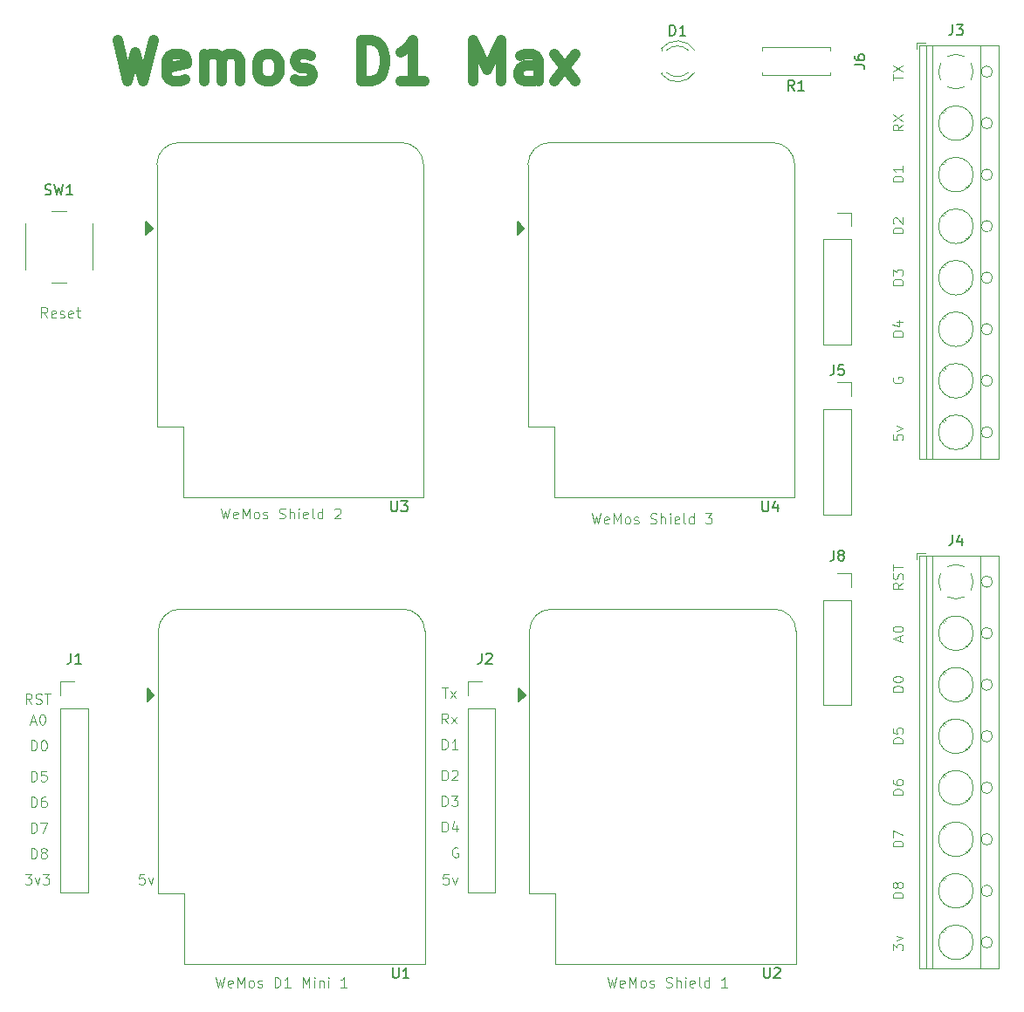
<source format=gbr>
%TF.GenerationSoftware,KiCad,Pcbnew,8.0.3*%
%TF.CreationDate,2024-07-29T20:38:45-07:00*%
%TF.ProjectId,First,46697273-742e-46b6-9963-61645f706362,rev?*%
%TF.SameCoordinates,Original*%
%TF.FileFunction,Legend,Top*%
%TF.FilePolarity,Positive*%
%FSLAX46Y46*%
G04 Gerber Fmt 4.6, Leading zero omitted, Abs format (unit mm)*
G04 Created by KiCad (PCBNEW 8.0.3) date 2024-07-29 20:38:45*
%MOMM*%
%LPD*%
G01*
G04 APERTURE LIST*
%ADD10C,0.100000*%
%ADD11C,1.000000*%
%ADD12C,0.150000*%
%ADD13C,0.120000*%
G04 APERTURE END LIST*
D10*
X104875312Y-84872419D02*
X104541979Y-84396228D01*
X104303884Y-84872419D02*
X104303884Y-83872419D01*
X104303884Y-83872419D02*
X104684836Y-83872419D01*
X104684836Y-83872419D02*
X104780074Y-83920038D01*
X104780074Y-83920038D02*
X104827693Y-83967657D01*
X104827693Y-83967657D02*
X104875312Y-84062895D01*
X104875312Y-84062895D02*
X104875312Y-84205752D01*
X104875312Y-84205752D02*
X104827693Y-84300990D01*
X104827693Y-84300990D02*
X104780074Y-84348609D01*
X104780074Y-84348609D02*
X104684836Y-84396228D01*
X104684836Y-84396228D02*
X104303884Y-84396228D01*
X105684836Y-84824800D02*
X105589598Y-84872419D01*
X105589598Y-84872419D02*
X105399122Y-84872419D01*
X105399122Y-84872419D02*
X105303884Y-84824800D01*
X105303884Y-84824800D02*
X105256265Y-84729561D01*
X105256265Y-84729561D02*
X105256265Y-84348609D01*
X105256265Y-84348609D02*
X105303884Y-84253371D01*
X105303884Y-84253371D02*
X105399122Y-84205752D01*
X105399122Y-84205752D02*
X105589598Y-84205752D01*
X105589598Y-84205752D02*
X105684836Y-84253371D01*
X105684836Y-84253371D02*
X105732455Y-84348609D01*
X105732455Y-84348609D02*
X105732455Y-84443847D01*
X105732455Y-84443847D02*
X105256265Y-84539085D01*
X106113408Y-84824800D02*
X106208646Y-84872419D01*
X106208646Y-84872419D02*
X106399122Y-84872419D01*
X106399122Y-84872419D02*
X106494360Y-84824800D01*
X106494360Y-84824800D02*
X106541979Y-84729561D01*
X106541979Y-84729561D02*
X106541979Y-84681942D01*
X106541979Y-84681942D02*
X106494360Y-84586704D01*
X106494360Y-84586704D02*
X106399122Y-84539085D01*
X106399122Y-84539085D02*
X106256265Y-84539085D01*
X106256265Y-84539085D02*
X106161027Y-84491466D01*
X106161027Y-84491466D02*
X106113408Y-84396228D01*
X106113408Y-84396228D02*
X106113408Y-84348609D01*
X106113408Y-84348609D02*
X106161027Y-84253371D01*
X106161027Y-84253371D02*
X106256265Y-84205752D01*
X106256265Y-84205752D02*
X106399122Y-84205752D01*
X106399122Y-84205752D02*
X106494360Y-84253371D01*
X107351503Y-84824800D02*
X107256265Y-84872419D01*
X107256265Y-84872419D02*
X107065789Y-84872419D01*
X107065789Y-84872419D02*
X106970551Y-84824800D01*
X106970551Y-84824800D02*
X106922932Y-84729561D01*
X106922932Y-84729561D02*
X106922932Y-84348609D01*
X106922932Y-84348609D02*
X106970551Y-84253371D01*
X106970551Y-84253371D02*
X107065789Y-84205752D01*
X107065789Y-84205752D02*
X107256265Y-84205752D01*
X107256265Y-84205752D02*
X107351503Y-84253371D01*
X107351503Y-84253371D02*
X107399122Y-84348609D01*
X107399122Y-84348609D02*
X107399122Y-84443847D01*
X107399122Y-84443847D02*
X106922932Y-84539085D01*
X107684837Y-84205752D02*
X108065789Y-84205752D01*
X107827694Y-83872419D02*
X107827694Y-84729561D01*
X107827694Y-84729561D02*
X107875313Y-84824800D01*
X107875313Y-84824800D02*
X107970551Y-84872419D01*
X107970551Y-84872419D02*
X108065789Y-84872419D01*
D11*
X111729322Y-57958476D02*
X112681703Y-61958476D01*
X112681703Y-61958476D02*
X113443608Y-59101333D01*
X113443608Y-59101333D02*
X114205513Y-61958476D01*
X114205513Y-61958476D02*
X115157894Y-57958476D01*
X118205513Y-61768000D02*
X117824561Y-61958476D01*
X117824561Y-61958476D02*
X117062656Y-61958476D01*
X117062656Y-61958476D02*
X116681703Y-61768000D01*
X116681703Y-61768000D02*
X116491227Y-61387047D01*
X116491227Y-61387047D02*
X116491227Y-59863238D01*
X116491227Y-59863238D02*
X116681703Y-59482285D01*
X116681703Y-59482285D02*
X117062656Y-59291809D01*
X117062656Y-59291809D02*
X117824561Y-59291809D01*
X117824561Y-59291809D02*
X118205513Y-59482285D01*
X118205513Y-59482285D02*
X118395989Y-59863238D01*
X118395989Y-59863238D02*
X118395989Y-60244190D01*
X118395989Y-60244190D02*
X116491227Y-60625142D01*
X120110274Y-61958476D02*
X120110274Y-59291809D01*
X120110274Y-59672761D02*
X120300751Y-59482285D01*
X120300751Y-59482285D02*
X120681703Y-59291809D01*
X120681703Y-59291809D02*
X121253132Y-59291809D01*
X121253132Y-59291809D02*
X121634084Y-59482285D01*
X121634084Y-59482285D02*
X121824560Y-59863238D01*
X121824560Y-59863238D02*
X121824560Y-61958476D01*
X121824560Y-59863238D02*
X122015036Y-59482285D01*
X122015036Y-59482285D02*
X122395989Y-59291809D01*
X122395989Y-59291809D02*
X122967417Y-59291809D01*
X122967417Y-59291809D02*
X123348370Y-59482285D01*
X123348370Y-59482285D02*
X123538846Y-59863238D01*
X123538846Y-59863238D02*
X123538846Y-61958476D01*
X126015036Y-61958476D02*
X125634084Y-61768000D01*
X125634084Y-61768000D02*
X125443607Y-61577523D01*
X125443607Y-61577523D02*
X125253131Y-61196571D01*
X125253131Y-61196571D02*
X125253131Y-60053714D01*
X125253131Y-60053714D02*
X125443607Y-59672761D01*
X125443607Y-59672761D02*
X125634084Y-59482285D01*
X125634084Y-59482285D02*
X126015036Y-59291809D01*
X126015036Y-59291809D02*
X126586465Y-59291809D01*
X126586465Y-59291809D02*
X126967417Y-59482285D01*
X126967417Y-59482285D02*
X127157893Y-59672761D01*
X127157893Y-59672761D02*
X127348369Y-60053714D01*
X127348369Y-60053714D02*
X127348369Y-61196571D01*
X127348369Y-61196571D02*
X127157893Y-61577523D01*
X127157893Y-61577523D02*
X126967417Y-61768000D01*
X126967417Y-61768000D02*
X126586465Y-61958476D01*
X126586465Y-61958476D02*
X126015036Y-61958476D01*
X128872179Y-61768000D02*
X129253132Y-61958476D01*
X129253132Y-61958476D02*
X130015036Y-61958476D01*
X130015036Y-61958476D02*
X130395989Y-61768000D01*
X130395989Y-61768000D02*
X130586465Y-61387047D01*
X130586465Y-61387047D02*
X130586465Y-61196571D01*
X130586465Y-61196571D02*
X130395989Y-60815619D01*
X130395989Y-60815619D02*
X130015036Y-60625142D01*
X130015036Y-60625142D02*
X129443608Y-60625142D01*
X129443608Y-60625142D02*
X129062655Y-60434666D01*
X129062655Y-60434666D02*
X128872179Y-60053714D01*
X128872179Y-60053714D02*
X128872179Y-59863238D01*
X128872179Y-59863238D02*
X129062655Y-59482285D01*
X129062655Y-59482285D02*
X129443608Y-59291809D01*
X129443608Y-59291809D02*
X130015036Y-59291809D01*
X130015036Y-59291809D02*
X130395989Y-59482285D01*
X135348369Y-61958476D02*
X135348369Y-57958476D01*
X135348369Y-57958476D02*
X136300750Y-57958476D01*
X136300750Y-57958476D02*
X136872179Y-58148952D01*
X136872179Y-58148952D02*
X137253131Y-58529904D01*
X137253131Y-58529904D02*
X137443608Y-58910857D01*
X137443608Y-58910857D02*
X137634084Y-59672761D01*
X137634084Y-59672761D02*
X137634084Y-60244190D01*
X137634084Y-60244190D02*
X137443608Y-61006095D01*
X137443608Y-61006095D02*
X137253131Y-61387047D01*
X137253131Y-61387047D02*
X136872179Y-61768000D01*
X136872179Y-61768000D02*
X136300750Y-61958476D01*
X136300750Y-61958476D02*
X135348369Y-61958476D01*
X141443608Y-61958476D02*
X139157893Y-61958476D01*
X140300750Y-61958476D02*
X140300750Y-57958476D01*
X140300750Y-57958476D02*
X139919798Y-58529904D01*
X139919798Y-58529904D02*
X139538846Y-58910857D01*
X139538846Y-58910857D02*
X139157893Y-59101333D01*
X146205512Y-61958476D02*
X146205512Y-57958476D01*
X146205512Y-57958476D02*
X147538846Y-60815619D01*
X147538846Y-60815619D02*
X148872179Y-57958476D01*
X148872179Y-57958476D02*
X148872179Y-61958476D01*
X152491227Y-61958476D02*
X152491227Y-59863238D01*
X152491227Y-59863238D02*
X152300751Y-59482285D01*
X152300751Y-59482285D02*
X151919799Y-59291809D01*
X151919799Y-59291809D02*
X151157894Y-59291809D01*
X151157894Y-59291809D02*
X150776941Y-59482285D01*
X152491227Y-61768000D02*
X152110275Y-61958476D01*
X152110275Y-61958476D02*
X151157894Y-61958476D01*
X151157894Y-61958476D02*
X150776941Y-61768000D01*
X150776941Y-61768000D02*
X150586465Y-61387047D01*
X150586465Y-61387047D02*
X150586465Y-61006095D01*
X150586465Y-61006095D02*
X150776941Y-60625142D01*
X150776941Y-60625142D02*
X151157894Y-60434666D01*
X151157894Y-60434666D02*
X152110275Y-60434666D01*
X152110275Y-60434666D02*
X152491227Y-60244190D01*
X154015037Y-61958476D02*
X156110275Y-59291809D01*
X154015037Y-59291809D02*
X156110275Y-61958476D01*
D10*
X186872419Y-61838972D02*
X186872419Y-61267544D01*
X187872419Y-61553258D02*
X186872419Y-61553258D01*
X186872419Y-61029448D02*
X187872419Y-60362782D01*
X186872419Y-60362782D02*
X187872419Y-61029448D01*
X187872419Y-66124687D02*
X187396228Y-66458020D01*
X187872419Y-66696115D02*
X186872419Y-66696115D01*
X186872419Y-66696115D02*
X186872419Y-66315163D01*
X186872419Y-66315163D02*
X186920038Y-66219925D01*
X186920038Y-66219925D02*
X186967657Y-66172306D01*
X186967657Y-66172306D02*
X187062895Y-66124687D01*
X187062895Y-66124687D02*
X187205752Y-66124687D01*
X187205752Y-66124687D02*
X187300990Y-66172306D01*
X187300990Y-66172306D02*
X187348609Y-66219925D01*
X187348609Y-66219925D02*
X187396228Y-66315163D01*
X187396228Y-66315163D02*
X187396228Y-66696115D01*
X186872419Y-65791353D02*
X187872419Y-65124687D01*
X186872419Y-65124687D02*
X187872419Y-65791353D01*
X187872419Y-71696115D02*
X186872419Y-71696115D01*
X186872419Y-71696115D02*
X186872419Y-71458020D01*
X186872419Y-71458020D02*
X186920038Y-71315163D01*
X186920038Y-71315163D02*
X187015276Y-71219925D01*
X187015276Y-71219925D02*
X187110514Y-71172306D01*
X187110514Y-71172306D02*
X187300990Y-71124687D01*
X187300990Y-71124687D02*
X187443847Y-71124687D01*
X187443847Y-71124687D02*
X187634323Y-71172306D01*
X187634323Y-71172306D02*
X187729561Y-71219925D01*
X187729561Y-71219925D02*
X187824800Y-71315163D01*
X187824800Y-71315163D02*
X187872419Y-71458020D01*
X187872419Y-71458020D02*
X187872419Y-71696115D01*
X187872419Y-70172306D02*
X187872419Y-70743734D01*
X187872419Y-70458020D02*
X186872419Y-70458020D01*
X186872419Y-70458020D02*
X187015276Y-70553258D01*
X187015276Y-70553258D02*
X187110514Y-70648496D01*
X187110514Y-70648496D02*
X187158133Y-70743734D01*
X187872419Y-76696115D02*
X186872419Y-76696115D01*
X186872419Y-76696115D02*
X186872419Y-76458020D01*
X186872419Y-76458020D02*
X186920038Y-76315163D01*
X186920038Y-76315163D02*
X187015276Y-76219925D01*
X187015276Y-76219925D02*
X187110514Y-76172306D01*
X187110514Y-76172306D02*
X187300990Y-76124687D01*
X187300990Y-76124687D02*
X187443847Y-76124687D01*
X187443847Y-76124687D02*
X187634323Y-76172306D01*
X187634323Y-76172306D02*
X187729561Y-76219925D01*
X187729561Y-76219925D02*
X187824800Y-76315163D01*
X187824800Y-76315163D02*
X187872419Y-76458020D01*
X187872419Y-76458020D02*
X187872419Y-76696115D01*
X186967657Y-75743734D02*
X186920038Y-75696115D01*
X186920038Y-75696115D02*
X186872419Y-75600877D01*
X186872419Y-75600877D02*
X186872419Y-75362782D01*
X186872419Y-75362782D02*
X186920038Y-75267544D01*
X186920038Y-75267544D02*
X186967657Y-75219925D01*
X186967657Y-75219925D02*
X187062895Y-75172306D01*
X187062895Y-75172306D02*
X187158133Y-75172306D01*
X187158133Y-75172306D02*
X187300990Y-75219925D01*
X187300990Y-75219925D02*
X187872419Y-75791353D01*
X187872419Y-75791353D02*
X187872419Y-75172306D01*
X187872419Y-81696115D02*
X186872419Y-81696115D01*
X186872419Y-81696115D02*
X186872419Y-81458020D01*
X186872419Y-81458020D02*
X186920038Y-81315163D01*
X186920038Y-81315163D02*
X187015276Y-81219925D01*
X187015276Y-81219925D02*
X187110514Y-81172306D01*
X187110514Y-81172306D02*
X187300990Y-81124687D01*
X187300990Y-81124687D02*
X187443847Y-81124687D01*
X187443847Y-81124687D02*
X187634323Y-81172306D01*
X187634323Y-81172306D02*
X187729561Y-81219925D01*
X187729561Y-81219925D02*
X187824800Y-81315163D01*
X187824800Y-81315163D02*
X187872419Y-81458020D01*
X187872419Y-81458020D02*
X187872419Y-81696115D01*
X186872419Y-80791353D02*
X186872419Y-80172306D01*
X186872419Y-80172306D02*
X187253371Y-80505639D01*
X187253371Y-80505639D02*
X187253371Y-80362782D01*
X187253371Y-80362782D02*
X187300990Y-80267544D01*
X187300990Y-80267544D02*
X187348609Y-80219925D01*
X187348609Y-80219925D02*
X187443847Y-80172306D01*
X187443847Y-80172306D02*
X187681942Y-80172306D01*
X187681942Y-80172306D02*
X187777180Y-80219925D01*
X187777180Y-80219925D02*
X187824800Y-80267544D01*
X187824800Y-80267544D02*
X187872419Y-80362782D01*
X187872419Y-80362782D02*
X187872419Y-80648496D01*
X187872419Y-80648496D02*
X187824800Y-80743734D01*
X187824800Y-80743734D02*
X187777180Y-80791353D01*
X187872419Y-86696115D02*
X186872419Y-86696115D01*
X186872419Y-86696115D02*
X186872419Y-86458020D01*
X186872419Y-86458020D02*
X186920038Y-86315163D01*
X186920038Y-86315163D02*
X187015276Y-86219925D01*
X187015276Y-86219925D02*
X187110514Y-86172306D01*
X187110514Y-86172306D02*
X187300990Y-86124687D01*
X187300990Y-86124687D02*
X187443847Y-86124687D01*
X187443847Y-86124687D02*
X187634323Y-86172306D01*
X187634323Y-86172306D02*
X187729561Y-86219925D01*
X187729561Y-86219925D02*
X187824800Y-86315163D01*
X187824800Y-86315163D02*
X187872419Y-86458020D01*
X187872419Y-86458020D02*
X187872419Y-86696115D01*
X187205752Y-85267544D02*
X187872419Y-85267544D01*
X186824800Y-85505639D02*
X187539085Y-85743734D01*
X187539085Y-85743734D02*
X187539085Y-85124687D01*
X186920038Y-90672306D02*
X186872419Y-90767544D01*
X186872419Y-90767544D02*
X186872419Y-90910401D01*
X186872419Y-90910401D02*
X186920038Y-91053258D01*
X186920038Y-91053258D02*
X187015276Y-91148496D01*
X187015276Y-91148496D02*
X187110514Y-91196115D01*
X187110514Y-91196115D02*
X187300990Y-91243734D01*
X187300990Y-91243734D02*
X187443847Y-91243734D01*
X187443847Y-91243734D02*
X187634323Y-91196115D01*
X187634323Y-91196115D02*
X187729561Y-91148496D01*
X187729561Y-91148496D02*
X187824800Y-91053258D01*
X187824800Y-91053258D02*
X187872419Y-90910401D01*
X187872419Y-90910401D02*
X187872419Y-90815163D01*
X187872419Y-90815163D02*
X187824800Y-90672306D01*
X187824800Y-90672306D02*
X187777180Y-90624687D01*
X187777180Y-90624687D02*
X187443847Y-90624687D01*
X187443847Y-90624687D02*
X187443847Y-90815163D01*
X186872419Y-96219925D02*
X186872419Y-96696115D01*
X186872419Y-96696115D02*
X187348609Y-96743734D01*
X187348609Y-96743734D02*
X187300990Y-96696115D01*
X187300990Y-96696115D02*
X187253371Y-96600877D01*
X187253371Y-96600877D02*
X187253371Y-96362782D01*
X187253371Y-96362782D02*
X187300990Y-96267544D01*
X187300990Y-96267544D02*
X187348609Y-96219925D01*
X187348609Y-96219925D02*
X187443847Y-96172306D01*
X187443847Y-96172306D02*
X187681942Y-96172306D01*
X187681942Y-96172306D02*
X187777180Y-96219925D01*
X187777180Y-96219925D02*
X187824800Y-96267544D01*
X187824800Y-96267544D02*
X187872419Y-96362782D01*
X187872419Y-96362782D02*
X187872419Y-96600877D01*
X187872419Y-96600877D02*
X187824800Y-96696115D01*
X187824800Y-96696115D02*
X187777180Y-96743734D01*
X187205752Y-95838972D02*
X187872419Y-95600877D01*
X187872419Y-95600877D02*
X187205752Y-95362782D01*
X187872419Y-110624687D02*
X187396228Y-110958020D01*
X187872419Y-111196115D02*
X186872419Y-111196115D01*
X186872419Y-111196115D02*
X186872419Y-110815163D01*
X186872419Y-110815163D02*
X186920038Y-110719925D01*
X186920038Y-110719925D02*
X186967657Y-110672306D01*
X186967657Y-110672306D02*
X187062895Y-110624687D01*
X187062895Y-110624687D02*
X187205752Y-110624687D01*
X187205752Y-110624687D02*
X187300990Y-110672306D01*
X187300990Y-110672306D02*
X187348609Y-110719925D01*
X187348609Y-110719925D02*
X187396228Y-110815163D01*
X187396228Y-110815163D02*
X187396228Y-111196115D01*
X187824800Y-110243734D02*
X187872419Y-110100877D01*
X187872419Y-110100877D02*
X187872419Y-109862782D01*
X187872419Y-109862782D02*
X187824800Y-109767544D01*
X187824800Y-109767544D02*
X187777180Y-109719925D01*
X187777180Y-109719925D02*
X187681942Y-109672306D01*
X187681942Y-109672306D02*
X187586704Y-109672306D01*
X187586704Y-109672306D02*
X187491466Y-109719925D01*
X187491466Y-109719925D02*
X187443847Y-109767544D01*
X187443847Y-109767544D02*
X187396228Y-109862782D01*
X187396228Y-109862782D02*
X187348609Y-110053258D01*
X187348609Y-110053258D02*
X187300990Y-110148496D01*
X187300990Y-110148496D02*
X187253371Y-110196115D01*
X187253371Y-110196115D02*
X187158133Y-110243734D01*
X187158133Y-110243734D02*
X187062895Y-110243734D01*
X187062895Y-110243734D02*
X186967657Y-110196115D01*
X186967657Y-110196115D02*
X186920038Y-110148496D01*
X186920038Y-110148496D02*
X186872419Y-110053258D01*
X186872419Y-110053258D02*
X186872419Y-109815163D01*
X186872419Y-109815163D02*
X186920038Y-109672306D01*
X186872419Y-109386591D02*
X186872419Y-108815163D01*
X187872419Y-109100877D02*
X186872419Y-109100877D01*
X187586704Y-116243734D02*
X187586704Y-115767544D01*
X187872419Y-116338972D02*
X186872419Y-116005639D01*
X186872419Y-116005639D02*
X187872419Y-115672306D01*
X186872419Y-115148496D02*
X186872419Y-115053258D01*
X186872419Y-115053258D02*
X186920038Y-114958020D01*
X186920038Y-114958020D02*
X186967657Y-114910401D01*
X186967657Y-114910401D02*
X187062895Y-114862782D01*
X187062895Y-114862782D02*
X187253371Y-114815163D01*
X187253371Y-114815163D02*
X187491466Y-114815163D01*
X187491466Y-114815163D02*
X187681942Y-114862782D01*
X187681942Y-114862782D02*
X187777180Y-114910401D01*
X187777180Y-114910401D02*
X187824800Y-114958020D01*
X187824800Y-114958020D02*
X187872419Y-115053258D01*
X187872419Y-115053258D02*
X187872419Y-115148496D01*
X187872419Y-115148496D02*
X187824800Y-115243734D01*
X187824800Y-115243734D02*
X187777180Y-115291353D01*
X187777180Y-115291353D02*
X187681942Y-115338972D01*
X187681942Y-115338972D02*
X187491466Y-115386591D01*
X187491466Y-115386591D02*
X187253371Y-115386591D01*
X187253371Y-115386591D02*
X187062895Y-115338972D01*
X187062895Y-115338972D02*
X186967657Y-115291353D01*
X186967657Y-115291353D02*
X186920038Y-115243734D01*
X186920038Y-115243734D02*
X186872419Y-115148496D01*
X187872419Y-121196115D02*
X186872419Y-121196115D01*
X186872419Y-121196115D02*
X186872419Y-120958020D01*
X186872419Y-120958020D02*
X186920038Y-120815163D01*
X186920038Y-120815163D02*
X187015276Y-120719925D01*
X187015276Y-120719925D02*
X187110514Y-120672306D01*
X187110514Y-120672306D02*
X187300990Y-120624687D01*
X187300990Y-120624687D02*
X187443847Y-120624687D01*
X187443847Y-120624687D02*
X187634323Y-120672306D01*
X187634323Y-120672306D02*
X187729561Y-120719925D01*
X187729561Y-120719925D02*
X187824800Y-120815163D01*
X187824800Y-120815163D02*
X187872419Y-120958020D01*
X187872419Y-120958020D02*
X187872419Y-121196115D01*
X186872419Y-120005639D02*
X186872419Y-119910401D01*
X186872419Y-119910401D02*
X186920038Y-119815163D01*
X186920038Y-119815163D02*
X186967657Y-119767544D01*
X186967657Y-119767544D02*
X187062895Y-119719925D01*
X187062895Y-119719925D02*
X187253371Y-119672306D01*
X187253371Y-119672306D02*
X187491466Y-119672306D01*
X187491466Y-119672306D02*
X187681942Y-119719925D01*
X187681942Y-119719925D02*
X187777180Y-119767544D01*
X187777180Y-119767544D02*
X187824800Y-119815163D01*
X187824800Y-119815163D02*
X187872419Y-119910401D01*
X187872419Y-119910401D02*
X187872419Y-120005639D01*
X187872419Y-120005639D02*
X187824800Y-120100877D01*
X187824800Y-120100877D02*
X187777180Y-120148496D01*
X187777180Y-120148496D02*
X187681942Y-120196115D01*
X187681942Y-120196115D02*
X187491466Y-120243734D01*
X187491466Y-120243734D02*
X187253371Y-120243734D01*
X187253371Y-120243734D02*
X187062895Y-120196115D01*
X187062895Y-120196115D02*
X186967657Y-120148496D01*
X186967657Y-120148496D02*
X186920038Y-120100877D01*
X186920038Y-120100877D02*
X186872419Y-120005639D01*
X187872419Y-126196115D02*
X186872419Y-126196115D01*
X186872419Y-126196115D02*
X186872419Y-125958020D01*
X186872419Y-125958020D02*
X186920038Y-125815163D01*
X186920038Y-125815163D02*
X187015276Y-125719925D01*
X187015276Y-125719925D02*
X187110514Y-125672306D01*
X187110514Y-125672306D02*
X187300990Y-125624687D01*
X187300990Y-125624687D02*
X187443847Y-125624687D01*
X187443847Y-125624687D02*
X187634323Y-125672306D01*
X187634323Y-125672306D02*
X187729561Y-125719925D01*
X187729561Y-125719925D02*
X187824800Y-125815163D01*
X187824800Y-125815163D02*
X187872419Y-125958020D01*
X187872419Y-125958020D02*
X187872419Y-126196115D01*
X186872419Y-124719925D02*
X186872419Y-125196115D01*
X186872419Y-125196115D02*
X187348609Y-125243734D01*
X187348609Y-125243734D02*
X187300990Y-125196115D01*
X187300990Y-125196115D02*
X187253371Y-125100877D01*
X187253371Y-125100877D02*
X187253371Y-124862782D01*
X187253371Y-124862782D02*
X187300990Y-124767544D01*
X187300990Y-124767544D02*
X187348609Y-124719925D01*
X187348609Y-124719925D02*
X187443847Y-124672306D01*
X187443847Y-124672306D02*
X187681942Y-124672306D01*
X187681942Y-124672306D02*
X187777180Y-124719925D01*
X187777180Y-124719925D02*
X187824800Y-124767544D01*
X187824800Y-124767544D02*
X187872419Y-124862782D01*
X187872419Y-124862782D02*
X187872419Y-125100877D01*
X187872419Y-125100877D02*
X187824800Y-125196115D01*
X187824800Y-125196115D02*
X187777180Y-125243734D01*
X187872419Y-131196115D02*
X186872419Y-131196115D01*
X186872419Y-131196115D02*
X186872419Y-130958020D01*
X186872419Y-130958020D02*
X186920038Y-130815163D01*
X186920038Y-130815163D02*
X187015276Y-130719925D01*
X187015276Y-130719925D02*
X187110514Y-130672306D01*
X187110514Y-130672306D02*
X187300990Y-130624687D01*
X187300990Y-130624687D02*
X187443847Y-130624687D01*
X187443847Y-130624687D02*
X187634323Y-130672306D01*
X187634323Y-130672306D02*
X187729561Y-130719925D01*
X187729561Y-130719925D02*
X187824800Y-130815163D01*
X187824800Y-130815163D02*
X187872419Y-130958020D01*
X187872419Y-130958020D02*
X187872419Y-131196115D01*
X186872419Y-129767544D02*
X186872419Y-129958020D01*
X186872419Y-129958020D02*
X186920038Y-130053258D01*
X186920038Y-130053258D02*
X186967657Y-130100877D01*
X186967657Y-130100877D02*
X187110514Y-130196115D01*
X187110514Y-130196115D02*
X187300990Y-130243734D01*
X187300990Y-130243734D02*
X187681942Y-130243734D01*
X187681942Y-130243734D02*
X187777180Y-130196115D01*
X187777180Y-130196115D02*
X187824800Y-130148496D01*
X187824800Y-130148496D02*
X187872419Y-130053258D01*
X187872419Y-130053258D02*
X187872419Y-129862782D01*
X187872419Y-129862782D02*
X187824800Y-129767544D01*
X187824800Y-129767544D02*
X187777180Y-129719925D01*
X187777180Y-129719925D02*
X187681942Y-129672306D01*
X187681942Y-129672306D02*
X187443847Y-129672306D01*
X187443847Y-129672306D02*
X187348609Y-129719925D01*
X187348609Y-129719925D02*
X187300990Y-129767544D01*
X187300990Y-129767544D02*
X187253371Y-129862782D01*
X187253371Y-129862782D02*
X187253371Y-130053258D01*
X187253371Y-130053258D02*
X187300990Y-130148496D01*
X187300990Y-130148496D02*
X187348609Y-130196115D01*
X187348609Y-130196115D02*
X187443847Y-130243734D01*
X187872419Y-136196115D02*
X186872419Y-136196115D01*
X186872419Y-136196115D02*
X186872419Y-135958020D01*
X186872419Y-135958020D02*
X186920038Y-135815163D01*
X186920038Y-135815163D02*
X187015276Y-135719925D01*
X187015276Y-135719925D02*
X187110514Y-135672306D01*
X187110514Y-135672306D02*
X187300990Y-135624687D01*
X187300990Y-135624687D02*
X187443847Y-135624687D01*
X187443847Y-135624687D02*
X187634323Y-135672306D01*
X187634323Y-135672306D02*
X187729561Y-135719925D01*
X187729561Y-135719925D02*
X187824800Y-135815163D01*
X187824800Y-135815163D02*
X187872419Y-135958020D01*
X187872419Y-135958020D02*
X187872419Y-136196115D01*
X186872419Y-135291353D02*
X186872419Y-134624687D01*
X186872419Y-134624687D02*
X187872419Y-135053258D01*
X187872419Y-141196115D02*
X186872419Y-141196115D01*
X186872419Y-141196115D02*
X186872419Y-140958020D01*
X186872419Y-140958020D02*
X186920038Y-140815163D01*
X186920038Y-140815163D02*
X187015276Y-140719925D01*
X187015276Y-140719925D02*
X187110514Y-140672306D01*
X187110514Y-140672306D02*
X187300990Y-140624687D01*
X187300990Y-140624687D02*
X187443847Y-140624687D01*
X187443847Y-140624687D02*
X187634323Y-140672306D01*
X187634323Y-140672306D02*
X187729561Y-140719925D01*
X187729561Y-140719925D02*
X187824800Y-140815163D01*
X187824800Y-140815163D02*
X187872419Y-140958020D01*
X187872419Y-140958020D02*
X187872419Y-141196115D01*
X187300990Y-140053258D02*
X187253371Y-140148496D01*
X187253371Y-140148496D02*
X187205752Y-140196115D01*
X187205752Y-140196115D02*
X187110514Y-140243734D01*
X187110514Y-140243734D02*
X187062895Y-140243734D01*
X187062895Y-140243734D02*
X186967657Y-140196115D01*
X186967657Y-140196115D02*
X186920038Y-140148496D01*
X186920038Y-140148496D02*
X186872419Y-140053258D01*
X186872419Y-140053258D02*
X186872419Y-139862782D01*
X186872419Y-139862782D02*
X186920038Y-139767544D01*
X186920038Y-139767544D02*
X186967657Y-139719925D01*
X186967657Y-139719925D02*
X187062895Y-139672306D01*
X187062895Y-139672306D02*
X187110514Y-139672306D01*
X187110514Y-139672306D02*
X187205752Y-139719925D01*
X187205752Y-139719925D02*
X187253371Y-139767544D01*
X187253371Y-139767544D02*
X187300990Y-139862782D01*
X187300990Y-139862782D02*
X187300990Y-140053258D01*
X187300990Y-140053258D02*
X187348609Y-140148496D01*
X187348609Y-140148496D02*
X187396228Y-140196115D01*
X187396228Y-140196115D02*
X187491466Y-140243734D01*
X187491466Y-140243734D02*
X187681942Y-140243734D01*
X187681942Y-140243734D02*
X187777180Y-140196115D01*
X187777180Y-140196115D02*
X187824800Y-140148496D01*
X187824800Y-140148496D02*
X187872419Y-140053258D01*
X187872419Y-140053258D02*
X187872419Y-139862782D01*
X187872419Y-139862782D02*
X187824800Y-139767544D01*
X187824800Y-139767544D02*
X187777180Y-139719925D01*
X187777180Y-139719925D02*
X187681942Y-139672306D01*
X187681942Y-139672306D02*
X187491466Y-139672306D01*
X187491466Y-139672306D02*
X187396228Y-139719925D01*
X187396228Y-139719925D02*
X187348609Y-139767544D01*
X187348609Y-139767544D02*
X187300990Y-139862782D01*
X186872419Y-146291353D02*
X186872419Y-145672306D01*
X186872419Y-145672306D02*
X187253371Y-146005639D01*
X187253371Y-146005639D02*
X187253371Y-145862782D01*
X187253371Y-145862782D02*
X187300990Y-145767544D01*
X187300990Y-145767544D02*
X187348609Y-145719925D01*
X187348609Y-145719925D02*
X187443847Y-145672306D01*
X187443847Y-145672306D02*
X187681942Y-145672306D01*
X187681942Y-145672306D02*
X187777180Y-145719925D01*
X187777180Y-145719925D02*
X187824800Y-145767544D01*
X187824800Y-145767544D02*
X187872419Y-145862782D01*
X187872419Y-145862782D02*
X187872419Y-146148496D01*
X187872419Y-146148496D02*
X187824800Y-146243734D01*
X187824800Y-146243734D02*
X187777180Y-146291353D01*
X187205752Y-145338972D02*
X187872419Y-145100877D01*
X187872419Y-145100877D02*
X187205752Y-144862782D01*
X143780074Y-138872419D02*
X143303884Y-138872419D01*
X143303884Y-138872419D02*
X143256265Y-139348609D01*
X143256265Y-139348609D02*
X143303884Y-139300990D01*
X143303884Y-139300990D02*
X143399122Y-139253371D01*
X143399122Y-139253371D02*
X143637217Y-139253371D01*
X143637217Y-139253371D02*
X143732455Y-139300990D01*
X143732455Y-139300990D02*
X143780074Y-139348609D01*
X143780074Y-139348609D02*
X143827693Y-139443847D01*
X143827693Y-139443847D02*
X143827693Y-139681942D01*
X143827693Y-139681942D02*
X143780074Y-139777180D01*
X143780074Y-139777180D02*
X143732455Y-139824800D01*
X143732455Y-139824800D02*
X143637217Y-139872419D01*
X143637217Y-139872419D02*
X143399122Y-139872419D01*
X143399122Y-139872419D02*
X143303884Y-139824800D01*
X143303884Y-139824800D02*
X143256265Y-139777180D01*
X144161027Y-139205752D02*
X144399122Y-139872419D01*
X144399122Y-139872419D02*
X144637217Y-139205752D01*
X143161027Y-120776456D02*
X143732455Y-120776456D01*
X143446741Y-121776456D02*
X143446741Y-120776456D01*
X143970551Y-121776456D02*
X144494360Y-121109789D01*
X143970551Y-121109789D02*
X144494360Y-121776456D01*
X143739202Y-124276456D02*
X143405869Y-123800265D01*
X143167774Y-124276456D02*
X143167774Y-123276456D01*
X143167774Y-123276456D02*
X143548726Y-123276456D01*
X143548726Y-123276456D02*
X143643964Y-123324075D01*
X143643964Y-123324075D02*
X143691583Y-123371694D01*
X143691583Y-123371694D02*
X143739202Y-123466932D01*
X143739202Y-123466932D02*
X143739202Y-123609789D01*
X143739202Y-123609789D02*
X143691583Y-123705027D01*
X143691583Y-123705027D02*
X143643964Y-123752646D01*
X143643964Y-123752646D02*
X143548726Y-123800265D01*
X143548726Y-123800265D02*
X143167774Y-123800265D01*
X144072536Y-124276456D02*
X144596345Y-123609789D01*
X144072536Y-123609789D02*
X144596345Y-124276456D01*
X114280074Y-138872419D02*
X113803884Y-138872419D01*
X113803884Y-138872419D02*
X113756265Y-139348609D01*
X113756265Y-139348609D02*
X113803884Y-139300990D01*
X113803884Y-139300990D02*
X113899122Y-139253371D01*
X113899122Y-139253371D02*
X114137217Y-139253371D01*
X114137217Y-139253371D02*
X114232455Y-139300990D01*
X114232455Y-139300990D02*
X114280074Y-139348609D01*
X114280074Y-139348609D02*
X114327693Y-139443847D01*
X114327693Y-139443847D02*
X114327693Y-139681942D01*
X114327693Y-139681942D02*
X114280074Y-139777180D01*
X114280074Y-139777180D02*
X114232455Y-139824800D01*
X114232455Y-139824800D02*
X114137217Y-139872419D01*
X114137217Y-139872419D02*
X113899122Y-139872419D01*
X113899122Y-139872419D02*
X113803884Y-139824800D01*
X113803884Y-139824800D02*
X113756265Y-139777180D01*
X114661027Y-139205752D02*
X114899122Y-139872419D01*
X114899122Y-139872419D02*
X115137217Y-139205752D01*
X144691583Y-136324075D02*
X144596345Y-136276456D01*
X144596345Y-136276456D02*
X144453488Y-136276456D01*
X144453488Y-136276456D02*
X144310631Y-136324075D01*
X144310631Y-136324075D02*
X144215393Y-136419313D01*
X144215393Y-136419313D02*
X144167774Y-136514551D01*
X144167774Y-136514551D02*
X144120155Y-136705027D01*
X144120155Y-136705027D02*
X144120155Y-136847884D01*
X144120155Y-136847884D02*
X144167774Y-137038360D01*
X144167774Y-137038360D02*
X144215393Y-137133598D01*
X144215393Y-137133598D02*
X144310631Y-137228837D01*
X144310631Y-137228837D02*
X144453488Y-137276456D01*
X144453488Y-137276456D02*
X144548726Y-137276456D01*
X144548726Y-137276456D02*
X144691583Y-137228837D01*
X144691583Y-137228837D02*
X144739202Y-137181217D01*
X144739202Y-137181217D02*
X144739202Y-136847884D01*
X144739202Y-136847884D02*
X144548726Y-136847884D01*
X102708646Y-138872419D02*
X103327693Y-138872419D01*
X103327693Y-138872419D02*
X102994360Y-139253371D01*
X102994360Y-139253371D02*
X103137217Y-139253371D01*
X103137217Y-139253371D02*
X103232455Y-139300990D01*
X103232455Y-139300990D02*
X103280074Y-139348609D01*
X103280074Y-139348609D02*
X103327693Y-139443847D01*
X103327693Y-139443847D02*
X103327693Y-139681942D01*
X103327693Y-139681942D02*
X103280074Y-139777180D01*
X103280074Y-139777180D02*
X103232455Y-139824800D01*
X103232455Y-139824800D02*
X103137217Y-139872419D01*
X103137217Y-139872419D02*
X102851503Y-139872419D01*
X102851503Y-139872419D02*
X102756265Y-139824800D01*
X102756265Y-139824800D02*
X102708646Y-139777180D01*
X103661027Y-139205752D02*
X103899122Y-139872419D01*
X103899122Y-139872419D02*
X104137217Y-139205752D01*
X104422932Y-138872419D02*
X105041979Y-138872419D01*
X105041979Y-138872419D02*
X104708646Y-139253371D01*
X104708646Y-139253371D02*
X104851503Y-139253371D01*
X104851503Y-139253371D02*
X104946741Y-139300990D01*
X104946741Y-139300990D02*
X104994360Y-139348609D01*
X104994360Y-139348609D02*
X105041979Y-139443847D01*
X105041979Y-139443847D02*
X105041979Y-139681942D01*
X105041979Y-139681942D02*
X104994360Y-139777180D01*
X104994360Y-139777180D02*
X104946741Y-139824800D01*
X104946741Y-139824800D02*
X104851503Y-139872419D01*
X104851503Y-139872419D02*
X104565789Y-139872419D01*
X104565789Y-139872419D02*
X104470551Y-139824800D01*
X104470551Y-139824800D02*
X104422932Y-139777180D01*
X103303884Y-137372419D02*
X103303884Y-136372419D01*
X103303884Y-136372419D02*
X103541979Y-136372419D01*
X103541979Y-136372419D02*
X103684836Y-136420038D01*
X103684836Y-136420038D02*
X103780074Y-136515276D01*
X103780074Y-136515276D02*
X103827693Y-136610514D01*
X103827693Y-136610514D02*
X103875312Y-136800990D01*
X103875312Y-136800990D02*
X103875312Y-136943847D01*
X103875312Y-136943847D02*
X103827693Y-137134323D01*
X103827693Y-137134323D02*
X103780074Y-137229561D01*
X103780074Y-137229561D02*
X103684836Y-137324800D01*
X103684836Y-137324800D02*
X103541979Y-137372419D01*
X103541979Y-137372419D02*
X103303884Y-137372419D01*
X104446741Y-136800990D02*
X104351503Y-136753371D01*
X104351503Y-136753371D02*
X104303884Y-136705752D01*
X104303884Y-136705752D02*
X104256265Y-136610514D01*
X104256265Y-136610514D02*
X104256265Y-136562895D01*
X104256265Y-136562895D02*
X104303884Y-136467657D01*
X104303884Y-136467657D02*
X104351503Y-136420038D01*
X104351503Y-136420038D02*
X104446741Y-136372419D01*
X104446741Y-136372419D02*
X104637217Y-136372419D01*
X104637217Y-136372419D02*
X104732455Y-136420038D01*
X104732455Y-136420038D02*
X104780074Y-136467657D01*
X104780074Y-136467657D02*
X104827693Y-136562895D01*
X104827693Y-136562895D02*
X104827693Y-136610514D01*
X104827693Y-136610514D02*
X104780074Y-136705752D01*
X104780074Y-136705752D02*
X104732455Y-136753371D01*
X104732455Y-136753371D02*
X104637217Y-136800990D01*
X104637217Y-136800990D02*
X104446741Y-136800990D01*
X104446741Y-136800990D02*
X104351503Y-136848609D01*
X104351503Y-136848609D02*
X104303884Y-136896228D01*
X104303884Y-136896228D02*
X104256265Y-136991466D01*
X104256265Y-136991466D02*
X104256265Y-137181942D01*
X104256265Y-137181942D02*
X104303884Y-137277180D01*
X104303884Y-137277180D02*
X104351503Y-137324800D01*
X104351503Y-137324800D02*
X104446741Y-137372419D01*
X104446741Y-137372419D02*
X104637217Y-137372419D01*
X104637217Y-137372419D02*
X104732455Y-137324800D01*
X104732455Y-137324800D02*
X104780074Y-137277180D01*
X104780074Y-137277180D02*
X104827693Y-137181942D01*
X104827693Y-137181942D02*
X104827693Y-136991466D01*
X104827693Y-136991466D02*
X104780074Y-136896228D01*
X104780074Y-136896228D02*
X104732455Y-136848609D01*
X104732455Y-136848609D02*
X104637217Y-136800990D01*
X103303884Y-134872419D02*
X103303884Y-133872419D01*
X103303884Y-133872419D02*
X103541979Y-133872419D01*
X103541979Y-133872419D02*
X103684836Y-133920038D01*
X103684836Y-133920038D02*
X103780074Y-134015276D01*
X103780074Y-134015276D02*
X103827693Y-134110514D01*
X103827693Y-134110514D02*
X103875312Y-134300990D01*
X103875312Y-134300990D02*
X103875312Y-134443847D01*
X103875312Y-134443847D02*
X103827693Y-134634323D01*
X103827693Y-134634323D02*
X103780074Y-134729561D01*
X103780074Y-134729561D02*
X103684836Y-134824800D01*
X103684836Y-134824800D02*
X103541979Y-134872419D01*
X103541979Y-134872419D02*
X103303884Y-134872419D01*
X104208646Y-133872419D02*
X104875312Y-133872419D01*
X104875312Y-133872419D02*
X104446741Y-134872419D01*
X103303884Y-132372419D02*
X103303884Y-131372419D01*
X103303884Y-131372419D02*
X103541979Y-131372419D01*
X103541979Y-131372419D02*
X103684836Y-131420038D01*
X103684836Y-131420038D02*
X103780074Y-131515276D01*
X103780074Y-131515276D02*
X103827693Y-131610514D01*
X103827693Y-131610514D02*
X103875312Y-131800990D01*
X103875312Y-131800990D02*
X103875312Y-131943847D01*
X103875312Y-131943847D02*
X103827693Y-132134323D01*
X103827693Y-132134323D02*
X103780074Y-132229561D01*
X103780074Y-132229561D02*
X103684836Y-132324800D01*
X103684836Y-132324800D02*
X103541979Y-132372419D01*
X103541979Y-132372419D02*
X103303884Y-132372419D01*
X104732455Y-131372419D02*
X104541979Y-131372419D01*
X104541979Y-131372419D02*
X104446741Y-131420038D01*
X104446741Y-131420038D02*
X104399122Y-131467657D01*
X104399122Y-131467657D02*
X104303884Y-131610514D01*
X104303884Y-131610514D02*
X104256265Y-131800990D01*
X104256265Y-131800990D02*
X104256265Y-132181942D01*
X104256265Y-132181942D02*
X104303884Y-132277180D01*
X104303884Y-132277180D02*
X104351503Y-132324800D01*
X104351503Y-132324800D02*
X104446741Y-132372419D01*
X104446741Y-132372419D02*
X104637217Y-132372419D01*
X104637217Y-132372419D02*
X104732455Y-132324800D01*
X104732455Y-132324800D02*
X104780074Y-132277180D01*
X104780074Y-132277180D02*
X104827693Y-132181942D01*
X104827693Y-132181942D02*
X104827693Y-131943847D01*
X104827693Y-131943847D02*
X104780074Y-131848609D01*
X104780074Y-131848609D02*
X104732455Y-131800990D01*
X104732455Y-131800990D02*
X104637217Y-131753371D01*
X104637217Y-131753371D02*
X104446741Y-131753371D01*
X104446741Y-131753371D02*
X104351503Y-131800990D01*
X104351503Y-131800990D02*
X104303884Y-131848609D01*
X104303884Y-131848609D02*
X104256265Y-131943847D01*
X103303884Y-129872419D02*
X103303884Y-128872419D01*
X103303884Y-128872419D02*
X103541979Y-128872419D01*
X103541979Y-128872419D02*
X103684836Y-128920038D01*
X103684836Y-128920038D02*
X103780074Y-129015276D01*
X103780074Y-129015276D02*
X103827693Y-129110514D01*
X103827693Y-129110514D02*
X103875312Y-129300990D01*
X103875312Y-129300990D02*
X103875312Y-129443847D01*
X103875312Y-129443847D02*
X103827693Y-129634323D01*
X103827693Y-129634323D02*
X103780074Y-129729561D01*
X103780074Y-129729561D02*
X103684836Y-129824800D01*
X103684836Y-129824800D02*
X103541979Y-129872419D01*
X103541979Y-129872419D02*
X103303884Y-129872419D01*
X104780074Y-128872419D02*
X104303884Y-128872419D01*
X104303884Y-128872419D02*
X104256265Y-129348609D01*
X104256265Y-129348609D02*
X104303884Y-129300990D01*
X104303884Y-129300990D02*
X104399122Y-129253371D01*
X104399122Y-129253371D02*
X104637217Y-129253371D01*
X104637217Y-129253371D02*
X104732455Y-129300990D01*
X104732455Y-129300990D02*
X104780074Y-129348609D01*
X104780074Y-129348609D02*
X104827693Y-129443847D01*
X104827693Y-129443847D02*
X104827693Y-129681942D01*
X104827693Y-129681942D02*
X104780074Y-129777180D01*
X104780074Y-129777180D02*
X104732455Y-129824800D01*
X104732455Y-129824800D02*
X104637217Y-129872419D01*
X104637217Y-129872419D02*
X104399122Y-129872419D01*
X104399122Y-129872419D02*
X104303884Y-129824800D01*
X104303884Y-129824800D02*
X104256265Y-129777180D01*
X143167774Y-134776456D02*
X143167774Y-133776456D01*
X143167774Y-133776456D02*
X143405869Y-133776456D01*
X143405869Y-133776456D02*
X143548726Y-133824075D01*
X143548726Y-133824075D02*
X143643964Y-133919313D01*
X143643964Y-133919313D02*
X143691583Y-134014551D01*
X143691583Y-134014551D02*
X143739202Y-134205027D01*
X143739202Y-134205027D02*
X143739202Y-134347884D01*
X143739202Y-134347884D02*
X143691583Y-134538360D01*
X143691583Y-134538360D02*
X143643964Y-134633598D01*
X143643964Y-134633598D02*
X143548726Y-134728837D01*
X143548726Y-134728837D02*
X143405869Y-134776456D01*
X143405869Y-134776456D02*
X143167774Y-134776456D01*
X144596345Y-134109789D02*
X144596345Y-134776456D01*
X144358250Y-133728837D02*
X144120155Y-134443122D01*
X144120155Y-134443122D02*
X144739202Y-134443122D01*
X143167774Y-132276456D02*
X143167774Y-131276456D01*
X143167774Y-131276456D02*
X143405869Y-131276456D01*
X143405869Y-131276456D02*
X143548726Y-131324075D01*
X143548726Y-131324075D02*
X143643964Y-131419313D01*
X143643964Y-131419313D02*
X143691583Y-131514551D01*
X143691583Y-131514551D02*
X143739202Y-131705027D01*
X143739202Y-131705027D02*
X143739202Y-131847884D01*
X143739202Y-131847884D02*
X143691583Y-132038360D01*
X143691583Y-132038360D02*
X143643964Y-132133598D01*
X143643964Y-132133598D02*
X143548726Y-132228837D01*
X143548726Y-132228837D02*
X143405869Y-132276456D01*
X143405869Y-132276456D02*
X143167774Y-132276456D01*
X144072536Y-131276456D02*
X144691583Y-131276456D01*
X144691583Y-131276456D02*
X144358250Y-131657408D01*
X144358250Y-131657408D02*
X144501107Y-131657408D01*
X144501107Y-131657408D02*
X144596345Y-131705027D01*
X144596345Y-131705027D02*
X144643964Y-131752646D01*
X144643964Y-131752646D02*
X144691583Y-131847884D01*
X144691583Y-131847884D02*
X144691583Y-132085979D01*
X144691583Y-132085979D02*
X144643964Y-132181217D01*
X144643964Y-132181217D02*
X144596345Y-132228837D01*
X144596345Y-132228837D02*
X144501107Y-132276456D01*
X144501107Y-132276456D02*
X144215393Y-132276456D01*
X144215393Y-132276456D02*
X144120155Y-132228837D01*
X144120155Y-132228837D02*
X144072536Y-132181217D01*
X143167774Y-129776456D02*
X143167774Y-128776456D01*
X143167774Y-128776456D02*
X143405869Y-128776456D01*
X143405869Y-128776456D02*
X143548726Y-128824075D01*
X143548726Y-128824075D02*
X143643964Y-128919313D01*
X143643964Y-128919313D02*
X143691583Y-129014551D01*
X143691583Y-129014551D02*
X143739202Y-129205027D01*
X143739202Y-129205027D02*
X143739202Y-129347884D01*
X143739202Y-129347884D02*
X143691583Y-129538360D01*
X143691583Y-129538360D02*
X143643964Y-129633598D01*
X143643964Y-129633598D02*
X143548726Y-129728837D01*
X143548726Y-129728837D02*
X143405869Y-129776456D01*
X143405869Y-129776456D02*
X143167774Y-129776456D01*
X144120155Y-128871694D02*
X144167774Y-128824075D01*
X144167774Y-128824075D02*
X144263012Y-128776456D01*
X144263012Y-128776456D02*
X144501107Y-128776456D01*
X144501107Y-128776456D02*
X144596345Y-128824075D01*
X144596345Y-128824075D02*
X144643964Y-128871694D01*
X144643964Y-128871694D02*
X144691583Y-128966932D01*
X144691583Y-128966932D02*
X144691583Y-129062170D01*
X144691583Y-129062170D02*
X144643964Y-129205027D01*
X144643964Y-129205027D02*
X144072536Y-129776456D01*
X144072536Y-129776456D02*
X144691583Y-129776456D01*
X143167774Y-126776456D02*
X143167774Y-125776456D01*
X143167774Y-125776456D02*
X143405869Y-125776456D01*
X143405869Y-125776456D02*
X143548726Y-125824075D01*
X143548726Y-125824075D02*
X143643964Y-125919313D01*
X143643964Y-125919313D02*
X143691583Y-126014551D01*
X143691583Y-126014551D02*
X143739202Y-126205027D01*
X143739202Y-126205027D02*
X143739202Y-126347884D01*
X143739202Y-126347884D02*
X143691583Y-126538360D01*
X143691583Y-126538360D02*
X143643964Y-126633598D01*
X143643964Y-126633598D02*
X143548726Y-126728837D01*
X143548726Y-126728837D02*
X143405869Y-126776456D01*
X143405869Y-126776456D02*
X143167774Y-126776456D01*
X144691583Y-126776456D02*
X144120155Y-126776456D01*
X144405869Y-126776456D02*
X144405869Y-125776456D01*
X144405869Y-125776456D02*
X144310631Y-125919313D01*
X144310631Y-125919313D02*
X144215393Y-126014551D01*
X144215393Y-126014551D02*
X144120155Y-126062170D01*
X103303884Y-126872419D02*
X103303884Y-125872419D01*
X103303884Y-125872419D02*
X103541979Y-125872419D01*
X103541979Y-125872419D02*
X103684836Y-125920038D01*
X103684836Y-125920038D02*
X103780074Y-126015276D01*
X103780074Y-126015276D02*
X103827693Y-126110514D01*
X103827693Y-126110514D02*
X103875312Y-126300990D01*
X103875312Y-126300990D02*
X103875312Y-126443847D01*
X103875312Y-126443847D02*
X103827693Y-126634323D01*
X103827693Y-126634323D02*
X103780074Y-126729561D01*
X103780074Y-126729561D02*
X103684836Y-126824800D01*
X103684836Y-126824800D02*
X103541979Y-126872419D01*
X103541979Y-126872419D02*
X103303884Y-126872419D01*
X104494360Y-125872419D02*
X104589598Y-125872419D01*
X104589598Y-125872419D02*
X104684836Y-125920038D01*
X104684836Y-125920038D02*
X104732455Y-125967657D01*
X104732455Y-125967657D02*
X104780074Y-126062895D01*
X104780074Y-126062895D02*
X104827693Y-126253371D01*
X104827693Y-126253371D02*
X104827693Y-126491466D01*
X104827693Y-126491466D02*
X104780074Y-126681942D01*
X104780074Y-126681942D02*
X104732455Y-126777180D01*
X104732455Y-126777180D02*
X104684836Y-126824800D01*
X104684836Y-126824800D02*
X104589598Y-126872419D01*
X104589598Y-126872419D02*
X104494360Y-126872419D01*
X104494360Y-126872419D02*
X104399122Y-126824800D01*
X104399122Y-126824800D02*
X104351503Y-126777180D01*
X104351503Y-126777180D02*
X104303884Y-126681942D01*
X104303884Y-126681942D02*
X104256265Y-126491466D01*
X104256265Y-126491466D02*
X104256265Y-126253371D01*
X104256265Y-126253371D02*
X104303884Y-126062895D01*
X104303884Y-126062895D02*
X104351503Y-125967657D01*
X104351503Y-125967657D02*
X104399122Y-125920038D01*
X104399122Y-125920038D02*
X104494360Y-125872419D01*
X103256265Y-124086704D02*
X103732455Y-124086704D01*
X103161027Y-124372419D02*
X103494360Y-123372419D01*
X103494360Y-123372419D02*
X103827693Y-124372419D01*
X104351503Y-123372419D02*
X104446741Y-123372419D01*
X104446741Y-123372419D02*
X104541979Y-123420038D01*
X104541979Y-123420038D02*
X104589598Y-123467657D01*
X104589598Y-123467657D02*
X104637217Y-123562895D01*
X104637217Y-123562895D02*
X104684836Y-123753371D01*
X104684836Y-123753371D02*
X104684836Y-123991466D01*
X104684836Y-123991466D02*
X104637217Y-124181942D01*
X104637217Y-124181942D02*
X104589598Y-124277180D01*
X104589598Y-124277180D02*
X104541979Y-124324800D01*
X104541979Y-124324800D02*
X104446741Y-124372419D01*
X104446741Y-124372419D02*
X104351503Y-124372419D01*
X104351503Y-124372419D02*
X104256265Y-124324800D01*
X104256265Y-124324800D02*
X104208646Y-124277180D01*
X104208646Y-124277180D02*
X104161027Y-124181942D01*
X104161027Y-124181942D02*
X104113408Y-123991466D01*
X104113408Y-123991466D02*
X104113408Y-123753371D01*
X104113408Y-123753371D02*
X104161027Y-123562895D01*
X104161027Y-123562895D02*
X104208646Y-123467657D01*
X104208646Y-123467657D02*
X104256265Y-123420038D01*
X104256265Y-123420038D02*
X104351503Y-123372419D01*
X103375312Y-122372419D02*
X103041979Y-121896228D01*
X102803884Y-122372419D02*
X102803884Y-121372419D01*
X102803884Y-121372419D02*
X103184836Y-121372419D01*
X103184836Y-121372419D02*
X103280074Y-121420038D01*
X103280074Y-121420038D02*
X103327693Y-121467657D01*
X103327693Y-121467657D02*
X103375312Y-121562895D01*
X103375312Y-121562895D02*
X103375312Y-121705752D01*
X103375312Y-121705752D02*
X103327693Y-121800990D01*
X103327693Y-121800990D02*
X103280074Y-121848609D01*
X103280074Y-121848609D02*
X103184836Y-121896228D01*
X103184836Y-121896228D02*
X102803884Y-121896228D01*
X103756265Y-122324800D02*
X103899122Y-122372419D01*
X103899122Y-122372419D02*
X104137217Y-122372419D01*
X104137217Y-122372419D02*
X104232455Y-122324800D01*
X104232455Y-122324800D02*
X104280074Y-122277180D01*
X104280074Y-122277180D02*
X104327693Y-122181942D01*
X104327693Y-122181942D02*
X104327693Y-122086704D01*
X104327693Y-122086704D02*
X104280074Y-121991466D01*
X104280074Y-121991466D02*
X104232455Y-121943847D01*
X104232455Y-121943847D02*
X104137217Y-121896228D01*
X104137217Y-121896228D02*
X103946741Y-121848609D01*
X103946741Y-121848609D02*
X103851503Y-121800990D01*
X103851503Y-121800990D02*
X103803884Y-121753371D01*
X103803884Y-121753371D02*
X103756265Y-121658133D01*
X103756265Y-121658133D02*
X103756265Y-121562895D01*
X103756265Y-121562895D02*
X103803884Y-121467657D01*
X103803884Y-121467657D02*
X103851503Y-121420038D01*
X103851503Y-121420038D02*
X103946741Y-121372419D01*
X103946741Y-121372419D02*
X104184836Y-121372419D01*
X104184836Y-121372419D02*
X104327693Y-121420038D01*
X104613408Y-121372419D02*
X105184836Y-121372419D01*
X104899122Y-122372419D02*
X104899122Y-121372419D01*
X157708646Y-103872419D02*
X157946741Y-104872419D01*
X157946741Y-104872419D02*
X158137217Y-104158133D01*
X158137217Y-104158133D02*
X158327693Y-104872419D01*
X158327693Y-104872419D02*
X158565789Y-103872419D01*
X159327693Y-104824800D02*
X159232455Y-104872419D01*
X159232455Y-104872419D02*
X159041979Y-104872419D01*
X159041979Y-104872419D02*
X158946741Y-104824800D01*
X158946741Y-104824800D02*
X158899122Y-104729561D01*
X158899122Y-104729561D02*
X158899122Y-104348609D01*
X158899122Y-104348609D02*
X158946741Y-104253371D01*
X158946741Y-104253371D02*
X159041979Y-104205752D01*
X159041979Y-104205752D02*
X159232455Y-104205752D01*
X159232455Y-104205752D02*
X159327693Y-104253371D01*
X159327693Y-104253371D02*
X159375312Y-104348609D01*
X159375312Y-104348609D02*
X159375312Y-104443847D01*
X159375312Y-104443847D02*
X158899122Y-104539085D01*
X159803884Y-104872419D02*
X159803884Y-103872419D01*
X159803884Y-103872419D02*
X160137217Y-104586704D01*
X160137217Y-104586704D02*
X160470550Y-103872419D01*
X160470550Y-103872419D02*
X160470550Y-104872419D01*
X161089598Y-104872419D02*
X160994360Y-104824800D01*
X160994360Y-104824800D02*
X160946741Y-104777180D01*
X160946741Y-104777180D02*
X160899122Y-104681942D01*
X160899122Y-104681942D02*
X160899122Y-104396228D01*
X160899122Y-104396228D02*
X160946741Y-104300990D01*
X160946741Y-104300990D02*
X160994360Y-104253371D01*
X160994360Y-104253371D02*
X161089598Y-104205752D01*
X161089598Y-104205752D02*
X161232455Y-104205752D01*
X161232455Y-104205752D02*
X161327693Y-104253371D01*
X161327693Y-104253371D02*
X161375312Y-104300990D01*
X161375312Y-104300990D02*
X161422931Y-104396228D01*
X161422931Y-104396228D02*
X161422931Y-104681942D01*
X161422931Y-104681942D02*
X161375312Y-104777180D01*
X161375312Y-104777180D02*
X161327693Y-104824800D01*
X161327693Y-104824800D02*
X161232455Y-104872419D01*
X161232455Y-104872419D02*
X161089598Y-104872419D01*
X161803884Y-104824800D02*
X161899122Y-104872419D01*
X161899122Y-104872419D02*
X162089598Y-104872419D01*
X162089598Y-104872419D02*
X162184836Y-104824800D01*
X162184836Y-104824800D02*
X162232455Y-104729561D01*
X162232455Y-104729561D02*
X162232455Y-104681942D01*
X162232455Y-104681942D02*
X162184836Y-104586704D01*
X162184836Y-104586704D02*
X162089598Y-104539085D01*
X162089598Y-104539085D02*
X161946741Y-104539085D01*
X161946741Y-104539085D02*
X161851503Y-104491466D01*
X161851503Y-104491466D02*
X161803884Y-104396228D01*
X161803884Y-104396228D02*
X161803884Y-104348609D01*
X161803884Y-104348609D02*
X161851503Y-104253371D01*
X161851503Y-104253371D02*
X161946741Y-104205752D01*
X161946741Y-104205752D02*
X162089598Y-104205752D01*
X162089598Y-104205752D02*
X162184836Y-104253371D01*
X163375313Y-104824800D02*
X163518170Y-104872419D01*
X163518170Y-104872419D02*
X163756265Y-104872419D01*
X163756265Y-104872419D02*
X163851503Y-104824800D01*
X163851503Y-104824800D02*
X163899122Y-104777180D01*
X163899122Y-104777180D02*
X163946741Y-104681942D01*
X163946741Y-104681942D02*
X163946741Y-104586704D01*
X163946741Y-104586704D02*
X163899122Y-104491466D01*
X163899122Y-104491466D02*
X163851503Y-104443847D01*
X163851503Y-104443847D02*
X163756265Y-104396228D01*
X163756265Y-104396228D02*
X163565789Y-104348609D01*
X163565789Y-104348609D02*
X163470551Y-104300990D01*
X163470551Y-104300990D02*
X163422932Y-104253371D01*
X163422932Y-104253371D02*
X163375313Y-104158133D01*
X163375313Y-104158133D02*
X163375313Y-104062895D01*
X163375313Y-104062895D02*
X163422932Y-103967657D01*
X163422932Y-103967657D02*
X163470551Y-103920038D01*
X163470551Y-103920038D02*
X163565789Y-103872419D01*
X163565789Y-103872419D02*
X163803884Y-103872419D01*
X163803884Y-103872419D02*
X163946741Y-103920038D01*
X164375313Y-104872419D02*
X164375313Y-103872419D01*
X164803884Y-104872419D02*
X164803884Y-104348609D01*
X164803884Y-104348609D02*
X164756265Y-104253371D01*
X164756265Y-104253371D02*
X164661027Y-104205752D01*
X164661027Y-104205752D02*
X164518170Y-104205752D01*
X164518170Y-104205752D02*
X164422932Y-104253371D01*
X164422932Y-104253371D02*
X164375313Y-104300990D01*
X165280075Y-104872419D02*
X165280075Y-104205752D01*
X165280075Y-103872419D02*
X165232456Y-103920038D01*
X165232456Y-103920038D02*
X165280075Y-103967657D01*
X165280075Y-103967657D02*
X165327694Y-103920038D01*
X165327694Y-103920038D02*
X165280075Y-103872419D01*
X165280075Y-103872419D02*
X165280075Y-103967657D01*
X166137217Y-104824800D02*
X166041979Y-104872419D01*
X166041979Y-104872419D02*
X165851503Y-104872419D01*
X165851503Y-104872419D02*
X165756265Y-104824800D01*
X165756265Y-104824800D02*
X165708646Y-104729561D01*
X165708646Y-104729561D02*
X165708646Y-104348609D01*
X165708646Y-104348609D02*
X165756265Y-104253371D01*
X165756265Y-104253371D02*
X165851503Y-104205752D01*
X165851503Y-104205752D02*
X166041979Y-104205752D01*
X166041979Y-104205752D02*
X166137217Y-104253371D01*
X166137217Y-104253371D02*
X166184836Y-104348609D01*
X166184836Y-104348609D02*
X166184836Y-104443847D01*
X166184836Y-104443847D02*
X165708646Y-104539085D01*
X166756265Y-104872419D02*
X166661027Y-104824800D01*
X166661027Y-104824800D02*
X166613408Y-104729561D01*
X166613408Y-104729561D02*
X166613408Y-103872419D01*
X167565789Y-104872419D02*
X167565789Y-103872419D01*
X167565789Y-104824800D02*
X167470551Y-104872419D01*
X167470551Y-104872419D02*
X167280075Y-104872419D01*
X167280075Y-104872419D02*
X167184837Y-104824800D01*
X167184837Y-104824800D02*
X167137218Y-104777180D01*
X167137218Y-104777180D02*
X167089599Y-104681942D01*
X167089599Y-104681942D02*
X167089599Y-104396228D01*
X167089599Y-104396228D02*
X167137218Y-104300990D01*
X167137218Y-104300990D02*
X167184837Y-104253371D01*
X167184837Y-104253371D02*
X167280075Y-104205752D01*
X167280075Y-104205752D02*
X167470551Y-104205752D01*
X167470551Y-104205752D02*
X167565789Y-104253371D01*
X168708647Y-103872419D02*
X169327694Y-103872419D01*
X169327694Y-103872419D02*
X168994361Y-104253371D01*
X168994361Y-104253371D02*
X169137218Y-104253371D01*
X169137218Y-104253371D02*
X169232456Y-104300990D01*
X169232456Y-104300990D02*
X169280075Y-104348609D01*
X169280075Y-104348609D02*
X169327694Y-104443847D01*
X169327694Y-104443847D02*
X169327694Y-104681942D01*
X169327694Y-104681942D02*
X169280075Y-104777180D01*
X169280075Y-104777180D02*
X169232456Y-104824800D01*
X169232456Y-104824800D02*
X169137218Y-104872419D01*
X169137218Y-104872419D02*
X168851504Y-104872419D01*
X168851504Y-104872419D02*
X168756266Y-104824800D01*
X168756266Y-104824800D02*
X168708647Y-104777180D01*
X121708646Y-103372419D02*
X121946741Y-104372419D01*
X121946741Y-104372419D02*
X122137217Y-103658133D01*
X122137217Y-103658133D02*
X122327693Y-104372419D01*
X122327693Y-104372419D02*
X122565789Y-103372419D01*
X123327693Y-104324800D02*
X123232455Y-104372419D01*
X123232455Y-104372419D02*
X123041979Y-104372419D01*
X123041979Y-104372419D02*
X122946741Y-104324800D01*
X122946741Y-104324800D02*
X122899122Y-104229561D01*
X122899122Y-104229561D02*
X122899122Y-103848609D01*
X122899122Y-103848609D02*
X122946741Y-103753371D01*
X122946741Y-103753371D02*
X123041979Y-103705752D01*
X123041979Y-103705752D02*
X123232455Y-103705752D01*
X123232455Y-103705752D02*
X123327693Y-103753371D01*
X123327693Y-103753371D02*
X123375312Y-103848609D01*
X123375312Y-103848609D02*
X123375312Y-103943847D01*
X123375312Y-103943847D02*
X122899122Y-104039085D01*
X123803884Y-104372419D02*
X123803884Y-103372419D01*
X123803884Y-103372419D02*
X124137217Y-104086704D01*
X124137217Y-104086704D02*
X124470550Y-103372419D01*
X124470550Y-103372419D02*
X124470550Y-104372419D01*
X125089598Y-104372419D02*
X124994360Y-104324800D01*
X124994360Y-104324800D02*
X124946741Y-104277180D01*
X124946741Y-104277180D02*
X124899122Y-104181942D01*
X124899122Y-104181942D02*
X124899122Y-103896228D01*
X124899122Y-103896228D02*
X124946741Y-103800990D01*
X124946741Y-103800990D02*
X124994360Y-103753371D01*
X124994360Y-103753371D02*
X125089598Y-103705752D01*
X125089598Y-103705752D02*
X125232455Y-103705752D01*
X125232455Y-103705752D02*
X125327693Y-103753371D01*
X125327693Y-103753371D02*
X125375312Y-103800990D01*
X125375312Y-103800990D02*
X125422931Y-103896228D01*
X125422931Y-103896228D02*
X125422931Y-104181942D01*
X125422931Y-104181942D02*
X125375312Y-104277180D01*
X125375312Y-104277180D02*
X125327693Y-104324800D01*
X125327693Y-104324800D02*
X125232455Y-104372419D01*
X125232455Y-104372419D02*
X125089598Y-104372419D01*
X125803884Y-104324800D02*
X125899122Y-104372419D01*
X125899122Y-104372419D02*
X126089598Y-104372419D01*
X126089598Y-104372419D02*
X126184836Y-104324800D01*
X126184836Y-104324800D02*
X126232455Y-104229561D01*
X126232455Y-104229561D02*
X126232455Y-104181942D01*
X126232455Y-104181942D02*
X126184836Y-104086704D01*
X126184836Y-104086704D02*
X126089598Y-104039085D01*
X126089598Y-104039085D02*
X125946741Y-104039085D01*
X125946741Y-104039085D02*
X125851503Y-103991466D01*
X125851503Y-103991466D02*
X125803884Y-103896228D01*
X125803884Y-103896228D02*
X125803884Y-103848609D01*
X125803884Y-103848609D02*
X125851503Y-103753371D01*
X125851503Y-103753371D02*
X125946741Y-103705752D01*
X125946741Y-103705752D02*
X126089598Y-103705752D01*
X126089598Y-103705752D02*
X126184836Y-103753371D01*
X127375313Y-104324800D02*
X127518170Y-104372419D01*
X127518170Y-104372419D02*
X127756265Y-104372419D01*
X127756265Y-104372419D02*
X127851503Y-104324800D01*
X127851503Y-104324800D02*
X127899122Y-104277180D01*
X127899122Y-104277180D02*
X127946741Y-104181942D01*
X127946741Y-104181942D02*
X127946741Y-104086704D01*
X127946741Y-104086704D02*
X127899122Y-103991466D01*
X127899122Y-103991466D02*
X127851503Y-103943847D01*
X127851503Y-103943847D02*
X127756265Y-103896228D01*
X127756265Y-103896228D02*
X127565789Y-103848609D01*
X127565789Y-103848609D02*
X127470551Y-103800990D01*
X127470551Y-103800990D02*
X127422932Y-103753371D01*
X127422932Y-103753371D02*
X127375313Y-103658133D01*
X127375313Y-103658133D02*
X127375313Y-103562895D01*
X127375313Y-103562895D02*
X127422932Y-103467657D01*
X127422932Y-103467657D02*
X127470551Y-103420038D01*
X127470551Y-103420038D02*
X127565789Y-103372419D01*
X127565789Y-103372419D02*
X127803884Y-103372419D01*
X127803884Y-103372419D02*
X127946741Y-103420038D01*
X128375313Y-104372419D02*
X128375313Y-103372419D01*
X128803884Y-104372419D02*
X128803884Y-103848609D01*
X128803884Y-103848609D02*
X128756265Y-103753371D01*
X128756265Y-103753371D02*
X128661027Y-103705752D01*
X128661027Y-103705752D02*
X128518170Y-103705752D01*
X128518170Y-103705752D02*
X128422932Y-103753371D01*
X128422932Y-103753371D02*
X128375313Y-103800990D01*
X129280075Y-104372419D02*
X129280075Y-103705752D01*
X129280075Y-103372419D02*
X129232456Y-103420038D01*
X129232456Y-103420038D02*
X129280075Y-103467657D01*
X129280075Y-103467657D02*
X129327694Y-103420038D01*
X129327694Y-103420038D02*
X129280075Y-103372419D01*
X129280075Y-103372419D02*
X129280075Y-103467657D01*
X130137217Y-104324800D02*
X130041979Y-104372419D01*
X130041979Y-104372419D02*
X129851503Y-104372419D01*
X129851503Y-104372419D02*
X129756265Y-104324800D01*
X129756265Y-104324800D02*
X129708646Y-104229561D01*
X129708646Y-104229561D02*
X129708646Y-103848609D01*
X129708646Y-103848609D02*
X129756265Y-103753371D01*
X129756265Y-103753371D02*
X129851503Y-103705752D01*
X129851503Y-103705752D02*
X130041979Y-103705752D01*
X130041979Y-103705752D02*
X130137217Y-103753371D01*
X130137217Y-103753371D02*
X130184836Y-103848609D01*
X130184836Y-103848609D02*
X130184836Y-103943847D01*
X130184836Y-103943847D02*
X129708646Y-104039085D01*
X130756265Y-104372419D02*
X130661027Y-104324800D01*
X130661027Y-104324800D02*
X130613408Y-104229561D01*
X130613408Y-104229561D02*
X130613408Y-103372419D01*
X131565789Y-104372419D02*
X131565789Y-103372419D01*
X131565789Y-104324800D02*
X131470551Y-104372419D01*
X131470551Y-104372419D02*
X131280075Y-104372419D01*
X131280075Y-104372419D02*
X131184837Y-104324800D01*
X131184837Y-104324800D02*
X131137218Y-104277180D01*
X131137218Y-104277180D02*
X131089599Y-104181942D01*
X131089599Y-104181942D02*
X131089599Y-103896228D01*
X131089599Y-103896228D02*
X131137218Y-103800990D01*
X131137218Y-103800990D02*
X131184837Y-103753371D01*
X131184837Y-103753371D02*
X131280075Y-103705752D01*
X131280075Y-103705752D02*
X131470551Y-103705752D01*
X131470551Y-103705752D02*
X131565789Y-103753371D01*
X132756266Y-103467657D02*
X132803885Y-103420038D01*
X132803885Y-103420038D02*
X132899123Y-103372419D01*
X132899123Y-103372419D02*
X133137218Y-103372419D01*
X133137218Y-103372419D02*
X133232456Y-103420038D01*
X133232456Y-103420038D02*
X133280075Y-103467657D01*
X133280075Y-103467657D02*
X133327694Y-103562895D01*
X133327694Y-103562895D02*
X133327694Y-103658133D01*
X133327694Y-103658133D02*
X133280075Y-103800990D01*
X133280075Y-103800990D02*
X132708647Y-104372419D01*
X132708647Y-104372419D02*
X133327694Y-104372419D01*
X159208646Y-148872419D02*
X159446741Y-149872419D01*
X159446741Y-149872419D02*
X159637217Y-149158133D01*
X159637217Y-149158133D02*
X159827693Y-149872419D01*
X159827693Y-149872419D02*
X160065789Y-148872419D01*
X160827693Y-149824800D02*
X160732455Y-149872419D01*
X160732455Y-149872419D02*
X160541979Y-149872419D01*
X160541979Y-149872419D02*
X160446741Y-149824800D01*
X160446741Y-149824800D02*
X160399122Y-149729561D01*
X160399122Y-149729561D02*
X160399122Y-149348609D01*
X160399122Y-149348609D02*
X160446741Y-149253371D01*
X160446741Y-149253371D02*
X160541979Y-149205752D01*
X160541979Y-149205752D02*
X160732455Y-149205752D01*
X160732455Y-149205752D02*
X160827693Y-149253371D01*
X160827693Y-149253371D02*
X160875312Y-149348609D01*
X160875312Y-149348609D02*
X160875312Y-149443847D01*
X160875312Y-149443847D02*
X160399122Y-149539085D01*
X161303884Y-149872419D02*
X161303884Y-148872419D01*
X161303884Y-148872419D02*
X161637217Y-149586704D01*
X161637217Y-149586704D02*
X161970550Y-148872419D01*
X161970550Y-148872419D02*
X161970550Y-149872419D01*
X162589598Y-149872419D02*
X162494360Y-149824800D01*
X162494360Y-149824800D02*
X162446741Y-149777180D01*
X162446741Y-149777180D02*
X162399122Y-149681942D01*
X162399122Y-149681942D02*
X162399122Y-149396228D01*
X162399122Y-149396228D02*
X162446741Y-149300990D01*
X162446741Y-149300990D02*
X162494360Y-149253371D01*
X162494360Y-149253371D02*
X162589598Y-149205752D01*
X162589598Y-149205752D02*
X162732455Y-149205752D01*
X162732455Y-149205752D02*
X162827693Y-149253371D01*
X162827693Y-149253371D02*
X162875312Y-149300990D01*
X162875312Y-149300990D02*
X162922931Y-149396228D01*
X162922931Y-149396228D02*
X162922931Y-149681942D01*
X162922931Y-149681942D02*
X162875312Y-149777180D01*
X162875312Y-149777180D02*
X162827693Y-149824800D01*
X162827693Y-149824800D02*
X162732455Y-149872419D01*
X162732455Y-149872419D02*
X162589598Y-149872419D01*
X163303884Y-149824800D02*
X163399122Y-149872419D01*
X163399122Y-149872419D02*
X163589598Y-149872419D01*
X163589598Y-149872419D02*
X163684836Y-149824800D01*
X163684836Y-149824800D02*
X163732455Y-149729561D01*
X163732455Y-149729561D02*
X163732455Y-149681942D01*
X163732455Y-149681942D02*
X163684836Y-149586704D01*
X163684836Y-149586704D02*
X163589598Y-149539085D01*
X163589598Y-149539085D02*
X163446741Y-149539085D01*
X163446741Y-149539085D02*
X163351503Y-149491466D01*
X163351503Y-149491466D02*
X163303884Y-149396228D01*
X163303884Y-149396228D02*
X163303884Y-149348609D01*
X163303884Y-149348609D02*
X163351503Y-149253371D01*
X163351503Y-149253371D02*
X163446741Y-149205752D01*
X163446741Y-149205752D02*
X163589598Y-149205752D01*
X163589598Y-149205752D02*
X163684836Y-149253371D01*
X164875313Y-149824800D02*
X165018170Y-149872419D01*
X165018170Y-149872419D02*
X165256265Y-149872419D01*
X165256265Y-149872419D02*
X165351503Y-149824800D01*
X165351503Y-149824800D02*
X165399122Y-149777180D01*
X165399122Y-149777180D02*
X165446741Y-149681942D01*
X165446741Y-149681942D02*
X165446741Y-149586704D01*
X165446741Y-149586704D02*
X165399122Y-149491466D01*
X165399122Y-149491466D02*
X165351503Y-149443847D01*
X165351503Y-149443847D02*
X165256265Y-149396228D01*
X165256265Y-149396228D02*
X165065789Y-149348609D01*
X165065789Y-149348609D02*
X164970551Y-149300990D01*
X164970551Y-149300990D02*
X164922932Y-149253371D01*
X164922932Y-149253371D02*
X164875313Y-149158133D01*
X164875313Y-149158133D02*
X164875313Y-149062895D01*
X164875313Y-149062895D02*
X164922932Y-148967657D01*
X164922932Y-148967657D02*
X164970551Y-148920038D01*
X164970551Y-148920038D02*
X165065789Y-148872419D01*
X165065789Y-148872419D02*
X165303884Y-148872419D01*
X165303884Y-148872419D02*
X165446741Y-148920038D01*
X165875313Y-149872419D02*
X165875313Y-148872419D01*
X166303884Y-149872419D02*
X166303884Y-149348609D01*
X166303884Y-149348609D02*
X166256265Y-149253371D01*
X166256265Y-149253371D02*
X166161027Y-149205752D01*
X166161027Y-149205752D02*
X166018170Y-149205752D01*
X166018170Y-149205752D02*
X165922932Y-149253371D01*
X165922932Y-149253371D02*
X165875313Y-149300990D01*
X166780075Y-149872419D02*
X166780075Y-149205752D01*
X166780075Y-148872419D02*
X166732456Y-148920038D01*
X166732456Y-148920038D02*
X166780075Y-148967657D01*
X166780075Y-148967657D02*
X166827694Y-148920038D01*
X166827694Y-148920038D02*
X166780075Y-148872419D01*
X166780075Y-148872419D02*
X166780075Y-148967657D01*
X167637217Y-149824800D02*
X167541979Y-149872419D01*
X167541979Y-149872419D02*
X167351503Y-149872419D01*
X167351503Y-149872419D02*
X167256265Y-149824800D01*
X167256265Y-149824800D02*
X167208646Y-149729561D01*
X167208646Y-149729561D02*
X167208646Y-149348609D01*
X167208646Y-149348609D02*
X167256265Y-149253371D01*
X167256265Y-149253371D02*
X167351503Y-149205752D01*
X167351503Y-149205752D02*
X167541979Y-149205752D01*
X167541979Y-149205752D02*
X167637217Y-149253371D01*
X167637217Y-149253371D02*
X167684836Y-149348609D01*
X167684836Y-149348609D02*
X167684836Y-149443847D01*
X167684836Y-149443847D02*
X167208646Y-149539085D01*
X168256265Y-149872419D02*
X168161027Y-149824800D01*
X168161027Y-149824800D02*
X168113408Y-149729561D01*
X168113408Y-149729561D02*
X168113408Y-148872419D01*
X169065789Y-149872419D02*
X169065789Y-148872419D01*
X169065789Y-149824800D02*
X168970551Y-149872419D01*
X168970551Y-149872419D02*
X168780075Y-149872419D01*
X168780075Y-149872419D02*
X168684837Y-149824800D01*
X168684837Y-149824800D02*
X168637218Y-149777180D01*
X168637218Y-149777180D02*
X168589599Y-149681942D01*
X168589599Y-149681942D02*
X168589599Y-149396228D01*
X168589599Y-149396228D02*
X168637218Y-149300990D01*
X168637218Y-149300990D02*
X168684837Y-149253371D01*
X168684837Y-149253371D02*
X168780075Y-149205752D01*
X168780075Y-149205752D02*
X168970551Y-149205752D01*
X168970551Y-149205752D02*
X169065789Y-149253371D01*
X170827694Y-149872419D02*
X170256266Y-149872419D01*
X170541980Y-149872419D02*
X170541980Y-148872419D01*
X170541980Y-148872419D02*
X170446742Y-149015276D01*
X170446742Y-149015276D02*
X170351504Y-149110514D01*
X170351504Y-149110514D02*
X170256266Y-149158133D01*
X121208646Y-148872419D02*
X121446741Y-149872419D01*
X121446741Y-149872419D02*
X121637217Y-149158133D01*
X121637217Y-149158133D02*
X121827693Y-149872419D01*
X121827693Y-149872419D02*
X122065789Y-148872419D01*
X122827693Y-149824800D02*
X122732455Y-149872419D01*
X122732455Y-149872419D02*
X122541979Y-149872419D01*
X122541979Y-149872419D02*
X122446741Y-149824800D01*
X122446741Y-149824800D02*
X122399122Y-149729561D01*
X122399122Y-149729561D02*
X122399122Y-149348609D01*
X122399122Y-149348609D02*
X122446741Y-149253371D01*
X122446741Y-149253371D02*
X122541979Y-149205752D01*
X122541979Y-149205752D02*
X122732455Y-149205752D01*
X122732455Y-149205752D02*
X122827693Y-149253371D01*
X122827693Y-149253371D02*
X122875312Y-149348609D01*
X122875312Y-149348609D02*
X122875312Y-149443847D01*
X122875312Y-149443847D02*
X122399122Y-149539085D01*
X123303884Y-149872419D02*
X123303884Y-148872419D01*
X123303884Y-148872419D02*
X123637217Y-149586704D01*
X123637217Y-149586704D02*
X123970550Y-148872419D01*
X123970550Y-148872419D02*
X123970550Y-149872419D01*
X124589598Y-149872419D02*
X124494360Y-149824800D01*
X124494360Y-149824800D02*
X124446741Y-149777180D01*
X124446741Y-149777180D02*
X124399122Y-149681942D01*
X124399122Y-149681942D02*
X124399122Y-149396228D01*
X124399122Y-149396228D02*
X124446741Y-149300990D01*
X124446741Y-149300990D02*
X124494360Y-149253371D01*
X124494360Y-149253371D02*
X124589598Y-149205752D01*
X124589598Y-149205752D02*
X124732455Y-149205752D01*
X124732455Y-149205752D02*
X124827693Y-149253371D01*
X124827693Y-149253371D02*
X124875312Y-149300990D01*
X124875312Y-149300990D02*
X124922931Y-149396228D01*
X124922931Y-149396228D02*
X124922931Y-149681942D01*
X124922931Y-149681942D02*
X124875312Y-149777180D01*
X124875312Y-149777180D02*
X124827693Y-149824800D01*
X124827693Y-149824800D02*
X124732455Y-149872419D01*
X124732455Y-149872419D02*
X124589598Y-149872419D01*
X125303884Y-149824800D02*
X125399122Y-149872419D01*
X125399122Y-149872419D02*
X125589598Y-149872419D01*
X125589598Y-149872419D02*
X125684836Y-149824800D01*
X125684836Y-149824800D02*
X125732455Y-149729561D01*
X125732455Y-149729561D02*
X125732455Y-149681942D01*
X125732455Y-149681942D02*
X125684836Y-149586704D01*
X125684836Y-149586704D02*
X125589598Y-149539085D01*
X125589598Y-149539085D02*
X125446741Y-149539085D01*
X125446741Y-149539085D02*
X125351503Y-149491466D01*
X125351503Y-149491466D02*
X125303884Y-149396228D01*
X125303884Y-149396228D02*
X125303884Y-149348609D01*
X125303884Y-149348609D02*
X125351503Y-149253371D01*
X125351503Y-149253371D02*
X125446741Y-149205752D01*
X125446741Y-149205752D02*
X125589598Y-149205752D01*
X125589598Y-149205752D02*
X125684836Y-149253371D01*
X126922932Y-149872419D02*
X126922932Y-148872419D01*
X126922932Y-148872419D02*
X127161027Y-148872419D01*
X127161027Y-148872419D02*
X127303884Y-148920038D01*
X127303884Y-148920038D02*
X127399122Y-149015276D01*
X127399122Y-149015276D02*
X127446741Y-149110514D01*
X127446741Y-149110514D02*
X127494360Y-149300990D01*
X127494360Y-149300990D02*
X127494360Y-149443847D01*
X127494360Y-149443847D02*
X127446741Y-149634323D01*
X127446741Y-149634323D02*
X127399122Y-149729561D01*
X127399122Y-149729561D02*
X127303884Y-149824800D01*
X127303884Y-149824800D02*
X127161027Y-149872419D01*
X127161027Y-149872419D02*
X126922932Y-149872419D01*
X128446741Y-149872419D02*
X127875313Y-149872419D01*
X128161027Y-149872419D02*
X128161027Y-148872419D01*
X128161027Y-148872419D02*
X128065789Y-149015276D01*
X128065789Y-149015276D02*
X127970551Y-149110514D01*
X127970551Y-149110514D02*
X127875313Y-149158133D01*
X129637218Y-149872419D02*
X129637218Y-148872419D01*
X129637218Y-148872419D02*
X129970551Y-149586704D01*
X129970551Y-149586704D02*
X130303884Y-148872419D01*
X130303884Y-148872419D02*
X130303884Y-149872419D01*
X130780075Y-149872419D02*
X130780075Y-149205752D01*
X130780075Y-148872419D02*
X130732456Y-148920038D01*
X130732456Y-148920038D02*
X130780075Y-148967657D01*
X130780075Y-148967657D02*
X130827694Y-148920038D01*
X130827694Y-148920038D02*
X130780075Y-148872419D01*
X130780075Y-148872419D02*
X130780075Y-148967657D01*
X131256265Y-149205752D02*
X131256265Y-149872419D01*
X131256265Y-149300990D02*
X131303884Y-149253371D01*
X131303884Y-149253371D02*
X131399122Y-149205752D01*
X131399122Y-149205752D02*
X131541979Y-149205752D01*
X131541979Y-149205752D02*
X131637217Y-149253371D01*
X131637217Y-149253371D02*
X131684836Y-149348609D01*
X131684836Y-149348609D02*
X131684836Y-149872419D01*
X132161027Y-149872419D02*
X132161027Y-149205752D01*
X132161027Y-148872419D02*
X132113408Y-148920038D01*
X132113408Y-148920038D02*
X132161027Y-148967657D01*
X132161027Y-148967657D02*
X132208646Y-148920038D01*
X132208646Y-148920038D02*
X132161027Y-148872419D01*
X132161027Y-148872419D02*
X132161027Y-148967657D01*
X133922931Y-149872419D02*
X133351503Y-149872419D01*
X133637217Y-149872419D02*
X133637217Y-148872419D01*
X133637217Y-148872419D02*
X133541979Y-149015276D01*
X133541979Y-149015276D02*
X133446741Y-149110514D01*
X133446741Y-149110514D02*
X133351503Y-149158133D01*
D12*
X181166666Y-107454819D02*
X181166666Y-108169104D01*
X181166666Y-108169104D02*
X181119047Y-108311961D01*
X181119047Y-108311961D02*
X181023809Y-108407200D01*
X181023809Y-108407200D02*
X180880952Y-108454819D01*
X180880952Y-108454819D02*
X180785714Y-108454819D01*
X181785714Y-107883390D02*
X181690476Y-107835771D01*
X181690476Y-107835771D02*
X181642857Y-107788152D01*
X181642857Y-107788152D02*
X181595238Y-107692914D01*
X181595238Y-107692914D02*
X181595238Y-107645295D01*
X181595238Y-107645295D02*
X181642857Y-107550057D01*
X181642857Y-107550057D02*
X181690476Y-107502438D01*
X181690476Y-107502438D02*
X181785714Y-107454819D01*
X181785714Y-107454819D02*
X181976190Y-107454819D01*
X181976190Y-107454819D02*
X182071428Y-107502438D01*
X182071428Y-107502438D02*
X182119047Y-107550057D01*
X182119047Y-107550057D02*
X182166666Y-107645295D01*
X182166666Y-107645295D02*
X182166666Y-107692914D01*
X182166666Y-107692914D02*
X182119047Y-107788152D01*
X182119047Y-107788152D02*
X182071428Y-107835771D01*
X182071428Y-107835771D02*
X181976190Y-107883390D01*
X181976190Y-107883390D02*
X181785714Y-107883390D01*
X181785714Y-107883390D02*
X181690476Y-107931009D01*
X181690476Y-107931009D02*
X181642857Y-107978628D01*
X181642857Y-107978628D02*
X181595238Y-108073866D01*
X181595238Y-108073866D02*
X181595238Y-108264342D01*
X181595238Y-108264342D02*
X181642857Y-108359580D01*
X181642857Y-108359580D02*
X181690476Y-108407200D01*
X181690476Y-108407200D02*
X181785714Y-108454819D01*
X181785714Y-108454819D02*
X181976190Y-108454819D01*
X181976190Y-108454819D02*
X182071428Y-108407200D01*
X182071428Y-108407200D02*
X182119047Y-108359580D01*
X182119047Y-108359580D02*
X182166666Y-108264342D01*
X182166666Y-108264342D02*
X182166666Y-108073866D01*
X182166666Y-108073866D02*
X182119047Y-107978628D01*
X182119047Y-107978628D02*
X182071428Y-107931009D01*
X182071428Y-107931009D02*
X181976190Y-107883390D01*
X174238095Y-102674819D02*
X174238095Y-103484342D01*
X174238095Y-103484342D02*
X174285714Y-103579580D01*
X174285714Y-103579580D02*
X174333333Y-103627200D01*
X174333333Y-103627200D02*
X174428571Y-103674819D01*
X174428571Y-103674819D02*
X174619047Y-103674819D01*
X174619047Y-103674819D02*
X174714285Y-103627200D01*
X174714285Y-103627200D02*
X174761904Y-103579580D01*
X174761904Y-103579580D02*
X174809523Y-103484342D01*
X174809523Y-103484342D02*
X174809523Y-102674819D01*
X175714285Y-103008152D02*
X175714285Y-103674819D01*
X175476190Y-102627200D02*
X175238095Y-103341485D01*
X175238095Y-103341485D02*
X175857142Y-103341485D01*
X138378095Y-147954819D02*
X138378095Y-148764342D01*
X138378095Y-148764342D02*
X138425714Y-148859580D01*
X138425714Y-148859580D02*
X138473333Y-148907200D01*
X138473333Y-148907200D02*
X138568571Y-148954819D01*
X138568571Y-148954819D02*
X138759047Y-148954819D01*
X138759047Y-148954819D02*
X138854285Y-148907200D01*
X138854285Y-148907200D02*
X138901904Y-148859580D01*
X138901904Y-148859580D02*
X138949523Y-148764342D01*
X138949523Y-148764342D02*
X138949523Y-147954819D01*
X139949523Y-148954819D02*
X139378095Y-148954819D01*
X139663809Y-148954819D02*
X139663809Y-147954819D01*
X139663809Y-147954819D02*
X139568571Y-148097676D01*
X139568571Y-148097676D02*
X139473333Y-148192914D01*
X139473333Y-148192914D02*
X139378095Y-148240533D01*
X177333333Y-62824819D02*
X177000000Y-62348628D01*
X176761905Y-62824819D02*
X176761905Y-61824819D01*
X176761905Y-61824819D02*
X177142857Y-61824819D01*
X177142857Y-61824819D02*
X177238095Y-61872438D01*
X177238095Y-61872438D02*
X177285714Y-61920057D01*
X177285714Y-61920057D02*
X177333333Y-62015295D01*
X177333333Y-62015295D02*
X177333333Y-62158152D01*
X177333333Y-62158152D02*
X177285714Y-62253390D01*
X177285714Y-62253390D02*
X177238095Y-62301009D01*
X177238095Y-62301009D02*
X177142857Y-62348628D01*
X177142857Y-62348628D02*
X176761905Y-62348628D01*
X178285714Y-62824819D02*
X177714286Y-62824819D01*
X178000000Y-62824819D02*
X178000000Y-61824819D01*
X178000000Y-61824819D02*
X177904762Y-61967676D01*
X177904762Y-61967676D02*
X177809524Y-62062914D01*
X177809524Y-62062914D02*
X177714286Y-62110533D01*
X192666666Y-105954819D02*
X192666666Y-106669104D01*
X192666666Y-106669104D02*
X192619047Y-106811961D01*
X192619047Y-106811961D02*
X192523809Y-106907200D01*
X192523809Y-106907200D02*
X192380952Y-106954819D01*
X192380952Y-106954819D02*
X192285714Y-106954819D01*
X193571428Y-106288152D02*
X193571428Y-106954819D01*
X193333333Y-105907200D02*
X193095238Y-106621485D01*
X193095238Y-106621485D02*
X193714285Y-106621485D01*
X192666666Y-56454819D02*
X192666666Y-57169104D01*
X192666666Y-57169104D02*
X192619047Y-57311961D01*
X192619047Y-57311961D02*
X192523809Y-57407200D01*
X192523809Y-57407200D02*
X192380952Y-57454819D01*
X192380952Y-57454819D02*
X192285714Y-57454819D01*
X193047619Y-56454819D02*
X193666666Y-56454819D01*
X193666666Y-56454819D02*
X193333333Y-56835771D01*
X193333333Y-56835771D02*
X193476190Y-56835771D01*
X193476190Y-56835771D02*
X193571428Y-56883390D01*
X193571428Y-56883390D02*
X193619047Y-56931009D01*
X193619047Y-56931009D02*
X193666666Y-57026247D01*
X193666666Y-57026247D02*
X193666666Y-57264342D01*
X193666666Y-57264342D02*
X193619047Y-57359580D01*
X193619047Y-57359580D02*
X193571428Y-57407200D01*
X193571428Y-57407200D02*
X193476190Y-57454819D01*
X193476190Y-57454819D02*
X193190476Y-57454819D01*
X193190476Y-57454819D02*
X193095238Y-57407200D01*
X193095238Y-57407200D02*
X193047619Y-57359580D01*
X174378095Y-147954819D02*
X174378095Y-148764342D01*
X174378095Y-148764342D02*
X174425714Y-148859580D01*
X174425714Y-148859580D02*
X174473333Y-148907200D01*
X174473333Y-148907200D02*
X174568571Y-148954819D01*
X174568571Y-148954819D02*
X174759047Y-148954819D01*
X174759047Y-148954819D02*
X174854285Y-148907200D01*
X174854285Y-148907200D02*
X174901904Y-148859580D01*
X174901904Y-148859580D02*
X174949523Y-148764342D01*
X174949523Y-148764342D02*
X174949523Y-147954819D01*
X175378095Y-148050057D02*
X175425714Y-148002438D01*
X175425714Y-148002438D02*
X175520952Y-147954819D01*
X175520952Y-147954819D02*
X175759047Y-147954819D01*
X175759047Y-147954819D02*
X175854285Y-148002438D01*
X175854285Y-148002438D02*
X175901904Y-148050057D01*
X175901904Y-148050057D02*
X175949523Y-148145295D01*
X175949523Y-148145295D02*
X175949523Y-148240533D01*
X175949523Y-148240533D02*
X175901904Y-148383390D01*
X175901904Y-148383390D02*
X175330476Y-148954819D01*
X175330476Y-148954819D02*
X175949523Y-148954819D01*
X147016666Y-117454819D02*
X147016666Y-118169104D01*
X147016666Y-118169104D02*
X146969047Y-118311961D01*
X146969047Y-118311961D02*
X146873809Y-118407200D01*
X146873809Y-118407200D02*
X146730952Y-118454819D01*
X146730952Y-118454819D02*
X146635714Y-118454819D01*
X147445238Y-117550057D02*
X147492857Y-117502438D01*
X147492857Y-117502438D02*
X147588095Y-117454819D01*
X147588095Y-117454819D02*
X147826190Y-117454819D01*
X147826190Y-117454819D02*
X147921428Y-117502438D01*
X147921428Y-117502438D02*
X147969047Y-117550057D01*
X147969047Y-117550057D02*
X148016666Y-117645295D01*
X148016666Y-117645295D02*
X148016666Y-117740533D01*
X148016666Y-117740533D02*
X147969047Y-117883390D01*
X147969047Y-117883390D02*
X147397619Y-118454819D01*
X147397619Y-118454819D02*
X148016666Y-118454819D01*
X138238095Y-102674819D02*
X138238095Y-103484342D01*
X138238095Y-103484342D02*
X138285714Y-103579580D01*
X138285714Y-103579580D02*
X138333333Y-103627200D01*
X138333333Y-103627200D02*
X138428571Y-103674819D01*
X138428571Y-103674819D02*
X138619047Y-103674819D01*
X138619047Y-103674819D02*
X138714285Y-103627200D01*
X138714285Y-103627200D02*
X138761904Y-103579580D01*
X138761904Y-103579580D02*
X138809523Y-103484342D01*
X138809523Y-103484342D02*
X138809523Y-102674819D01*
X139190476Y-102674819D02*
X139809523Y-102674819D01*
X139809523Y-102674819D02*
X139476190Y-103055771D01*
X139476190Y-103055771D02*
X139619047Y-103055771D01*
X139619047Y-103055771D02*
X139714285Y-103103390D01*
X139714285Y-103103390D02*
X139761904Y-103151009D01*
X139761904Y-103151009D02*
X139809523Y-103246247D01*
X139809523Y-103246247D02*
X139809523Y-103484342D01*
X139809523Y-103484342D02*
X139761904Y-103579580D01*
X139761904Y-103579580D02*
X139714285Y-103627200D01*
X139714285Y-103627200D02*
X139619047Y-103674819D01*
X139619047Y-103674819D02*
X139333333Y-103674819D01*
X139333333Y-103674819D02*
X139238095Y-103627200D01*
X139238095Y-103627200D02*
X139190476Y-103579580D01*
X107166666Y-117454819D02*
X107166666Y-118169104D01*
X107166666Y-118169104D02*
X107119047Y-118311961D01*
X107119047Y-118311961D02*
X107023809Y-118407200D01*
X107023809Y-118407200D02*
X106880952Y-118454819D01*
X106880952Y-118454819D02*
X106785714Y-118454819D01*
X108166666Y-118454819D02*
X107595238Y-118454819D01*
X107880952Y-118454819D02*
X107880952Y-117454819D01*
X107880952Y-117454819D02*
X107785714Y-117597676D01*
X107785714Y-117597676D02*
X107690476Y-117692914D01*
X107690476Y-117692914D02*
X107595238Y-117740533D01*
X104666667Y-72907200D02*
X104809524Y-72954819D01*
X104809524Y-72954819D02*
X105047619Y-72954819D01*
X105047619Y-72954819D02*
X105142857Y-72907200D01*
X105142857Y-72907200D02*
X105190476Y-72859580D01*
X105190476Y-72859580D02*
X105238095Y-72764342D01*
X105238095Y-72764342D02*
X105238095Y-72669104D01*
X105238095Y-72669104D02*
X105190476Y-72573866D01*
X105190476Y-72573866D02*
X105142857Y-72526247D01*
X105142857Y-72526247D02*
X105047619Y-72478628D01*
X105047619Y-72478628D02*
X104857143Y-72431009D01*
X104857143Y-72431009D02*
X104761905Y-72383390D01*
X104761905Y-72383390D02*
X104714286Y-72335771D01*
X104714286Y-72335771D02*
X104666667Y-72240533D01*
X104666667Y-72240533D02*
X104666667Y-72145295D01*
X104666667Y-72145295D02*
X104714286Y-72050057D01*
X104714286Y-72050057D02*
X104761905Y-72002438D01*
X104761905Y-72002438D02*
X104857143Y-71954819D01*
X104857143Y-71954819D02*
X105095238Y-71954819D01*
X105095238Y-71954819D02*
X105238095Y-72002438D01*
X105571429Y-71954819D02*
X105809524Y-72954819D01*
X105809524Y-72954819D02*
X106000000Y-72240533D01*
X106000000Y-72240533D02*
X106190476Y-72954819D01*
X106190476Y-72954819D02*
X106428572Y-71954819D01*
X107333333Y-72954819D02*
X106761905Y-72954819D01*
X107047619Y-72954819D02*
X107047619Y-71954819D01*
X107047619Y-71954819D02*
X106952381Y-72097676D01*
X106952381Y-72097676D02*
X106857143Y-72192914D01*
X106857143Y-72192914D02*
X106761905Y-72240533D01*
X183144819Y-60333333D02*
X183859104Y-60333333D01*
X183859104Y-60333333D02*
X184001961Y-60380952D01*
X184001961Y-60380952D02*
X184097200Y-60476190D01*
X184097200Y-60476190D02*
X184144819Y-60619047D01*
X184144819Y-60619047D02*
X184144819Y-60714285D01*
X183144819Y-59428571D02*
X183144819Y-59619047D01*
X183144819Y-59619047D02*
X183192438Y-59714285D01*
X183192438Y-59714285D02*
X183240057Y-59761904D01*
X183240057Y-59761904D02*
X183382914Y-59857142D01*
X183382914Y-59857142D02*
X183573390Y-59904761D01*
X183573390Y-59904761D02*
X183954342Y-59904761D01*
X183954342Y-59904761D02*
X184049580Y-59857142D01*
X184049580Y-59857142D02*
X184097200Y-59809523D01*
X184097200Y-59809523D02*
X184144819Y-59714285D01*
X184144819Y-59714285D02*
X184144819Y-59523809D01*
X184144819Y-59523809D02*
X184097200Y-59428571D01*
X184097200Y-59428571D02*
X184049580Y-59380952D01*
X184049580Y-59380952D02*
X183954342Y-59333333D01*
X183954342Y-59333333D02*
X183716247Y-59333333D01*
X183716247Y-59333333D02*
X183621009Y-59380952D01*
X183621009Y-59380952D02*
X183573390Y-59428571D01*
X183573390Y-59428571D02*
X183525771Y-59523809D01*
X183525771Y-59523809D02*
X183525771Y-59714285D01*
X183525771Y-59714285D02*
X183573390Y-59809523D01*
X183573390Y-59809523D02*
X183621009Y-59857142D01*
X183621009Y-59857142D02*
X183716247Y-59904761D01*
X181166666Y-89454819D02*
X181166666Y-90169104D01*
X181166666Y-90169104D02*
X181119047Y-90311961D01*
X181119047Y-90311961D02*
X181023809Y-90407200D01*
X181023809Y-90407200D02*
X180880952Y-90454819D01*
X180880952Y-90454819D02*
X180785714Y-90454819D01*
X182119047Y-89454819D02*
X181642857Y-89454819D01*
X181642857Y-89454819D02*
X181595238Y-89931009D01*
X181595238Y-89931009D02*
X181642857Y-89883390D01*
X181642857Y-89883390D02*
X181738095Y-89835771D01*
X181738095Y-89835771D02*
X181976190Y-89835771D01*
X181976190Y-89835771D02*
X182071428Y-89883390D01*
X182071428Y-89883390D02*
X182119047Y-89931009D01*
X182119047Y-89931009D02*
X182166666Y-90026247D01*
X182166666Y-90026247D02*
X182166666Y-90264342D01*
X182166666Y-90264342D02*
X182119047Y-90359580D01*
X182119047Y-90359580D02*
X182071428Y-90407200D01*
X182071428Y-90407200D02*
X181976190Y-90454819D01*
X181976190Y-90454819D02*
X181738095Y-90454819D01*
X181738095Y-90454819D02*
X181642857Y-90407200D01*
X181642857Y-90407200D02*
X181595238Y-90359580D01*
X165256905Y-57494819D02*
X165256905Y-56494819D01*
X165256905Y-56494819D02*
X165495000Y-56494819D01*
X165495000Y-56494819D02*
X165637857Y-56542438D01*
X165637857Y-56542438D02*
X165733095Y-56637676D01*
X165733095Y-56637676D02*
X165780714Y-56732914D01*
X165780714Y-56732914D02*
X165828333Y-56923390D01*
X165828333Y-56923390D02*
X165828333Y-57066247D01*
X165828333Y-57066247D02*
X165780714Y-57256723D01*
X165780714Y-57256723D02*
X165733095Y-57351961D01*
X165733095Y-57351961D02*
X165637857Y-57447200D01*
X165637857Y-57447200D02*
X165495000Y-57494819D01*
X165495000Y-57494819D02*
X165256905Y-57494819D01*
X166780714Y-57494819D02*
X166209286Y-57494819D01*
X166495000Y-57494819D02*
X166495000Y-56494819D01*
X166495000Y-56494819D02*
X166399762Y-56637676D01*
X166399762Y-56637676D02*
X166304524Y-56732914D01*
X166304524Y-56732914D02*
X166209286Y-56780533D01*
D13*
%TO.C,J8*%
X180170000Y-112270000D02*
X180170000Y-122490000D01*
X180170000Y-112270000D02*
X182830000Y-112270000D01*
X180170000Y-122490000D02*
X182830000Y-122490000D01*
X181500000Y-109670000D02*
X182830000Y-109670000D01*
X182830000Y-109670000D02*
X182830000Y-111000000D01*
X182830000Y-112270000D02*
X182830000Y-122490000D01*
%TO.C,U4*%
X151500000Y-95440000D02*
X151500000Y-70010000D01*
X151500000Y-95440000D02*
X154040000Y-95440000D01*
X154040000Y-95440000D02*
X154040000Y-102340000D01*
X154040000Y-102340000D02*
X177360000Y-102340000D01*
X175240000Y-67880000D02*
X153630000Y-67880000D01*
X177360000Y-102340000D02*
X177360000Y-70010000D01*
X151500000Y-70010000D02*
G75*
G02*
X153630000Y-67880000I2130002J-2D01*
G01*
X175230000Y-67880000D02*
G75*
G02*
X177360000Y-70010000I0J-2130000D01*
G01*
D12*
X151095000Y-76220000D02*
X150460000Y-76855000D01*
X150460000Y-75585000D01*
X151095000Y-76220000D01*
G36*
X151095000Y-76220000D02*
G01*
X150460000Y-76855000D01*
X150460000Y-75585000D01*
X151095000Y-76220000D01*
G37*
D13*
%TO.C,U1*%
X115640000Y-140720000D02*
X115640000Y-115290000D01*
X115640000Y-140720000D02*
X118180000Y-140720000D01*
X118180000Y-140720000D02*
X118180000Y-147620000D01*
X118180000Y-147620000D02*
X141500000Y-147620000D01*
X139380000Y-113160000D02*
X117770000Y-113160000D01*
X141500000Y-147620000D02*
X141500000Y-115290000D01*
X115640000Y-115290000D02*
G75*
G02*
X117770000Y-113160000I2130002J-2D01*
G01*
X139370000Y-113160000D02*
G75*
G02*
X141500000Y-115290000I0J-2130000D01*
G01*
D12*
X115235000Y-121500000D02*
X114600000Y-122135000D01*
X114600000Y-120865000D01*
X115235000Y-121500000D01*
G36*
X115235000Y-121500000D02*
G01*
X114600000Y-122135000D01*
X114600000Y-120865000D01*
X115235000Y-121500000D01*
G37*
D13*
%TO.C,R1*%
X180770000Y-61370000D02*
X174230000Y-61370000D01*
X180770000Y-61040000D02*
X180770000Y-61370000D01*
X180770000Y-58960000D02*
X180770000Y-58630000D01*
X180770000Y-58630000D02*
X174230000Y-58630000D01*
X174230000Y-61370000D02*
X174230000Y-61040000D01*
X174230000Y-58630000D02*
X174230000Y-58960000D01*
%TO.C,J4*%
X189200000Y-107700000D02*
X189200000Y-108300000D01*
X189439000Y-107940000D02*
X189439000Y-148060000D01*
X190040000Y-107700000D02*
X189200000Y-107700000D01*
X190100000Y-107940000D02*
X190100000Y-148060000D01*
X190700000Y-107940000D02*
X190700000Y-148060000D01*
X191784000Y-114490000D02*
X191726000Y-114431000D01*
X191784000Y-119490000D02*
X191726000Y-119431000D01*
X191784000Y-124490000D02*
X191726000Y-124431000D01*
X191784000Y-129490000D02*
X191726000Y-129431000D01*
X191784000Y-134490000D02*
X191726000Y-134431000D01*
X191784000Y-139490000D02*
X191726000Y-139431000D01*
X191784000Y-144490000D02*
X191726000Y-144431000D01*
X192024000Y-114320000D02*
X191931000Y-114226000D01*
X192024000Y-119320000D02*
X191931000Y-119226000D01*
X192024000Y-124320000D02*
X191931000Y-124226000D01*
X192024000Y-129320000D02*
X191931000Y-129226000D01*
X192024000Y-134320000D02*
X191931000Y-134226000D01*
X192024000Y-139320000D02*
X191931000Y-139226000D01*
X192024000Y-144320000D02*
X191931000Y-144226000D01*
X194069000Y-116775000D02*
X193976000Y-116681000D01*
X194069000Y-121775000D02*
X193976000Y-121681000D01*
X194069000Y-126775000D02*
X193976000Y-126681000D01*
X194069000Y-131775000D02*
X193976000Y-131681000D01*
X194069000Y-136775000D02*
X193976000Y-136681000D01*
X194069000Y-141775000D02*
X193976000Y-141681000D01*
X194069000Y-146775000D02*
X193976000Y-146681000D01*
X194275000Y-116570000D02*
X194216000Y-116511000D01*
X194275000Y-121570000D02*
X194216000Y-121511000D01*
X194275000Y-126570000D02*
X194216000Y-126511000D01*
X194275000Y-131570000D02*
X194216000Y-131511000D01*
X194275000Y-136570000D02*
X194216000Y-136511000D01*
X194275000Y-141570000D02*
X194216000Y-141511000D01*
X194275000Y-146570000D02*
X194216000Y-146511000D01*
X195400000Y-107940000D02*
X195400000Y-148060000D01*
X197160000Y-107940000D02*
X189439000Y-107940000D01*
X197160000Y-107940000D02*
X197160000Y-148060000D01*
X197160000Y-148060000D02*
X189439000Y-148060000D01*
X191319550Y-110529383D02*
G75*
G02*
X191516000Y-109711000I1680445J29385D01*
G01*
X191516648Y-111288712D02*
G75*
G02*
X191320000Y-110500000I1483352J788712D01*
G01*
X192210911Y-109016047D02*
G75*
G02*
X193789000Y-109016000I789089J-1483948D01*
G01*
X193789089Y-111983953D02*
G75*
G02*
X192211000Y-111984000I-789089J1483953D01*
G01*
X194483953Y-109710911D02*
G75*
G02*
X194484000Y-111289000I-1483948J-789089D01*
G01*
X194680000Y-115500000D02*
G75*
G02*
X191320000Y-115500000I-1680000J0D01*
G01*
X191320000Y-115500000D02*
G75*
G02*
X194680000Y-115500000I1680000J0D01*
G01*
X194680000Y-120500000D02*
G75*
G02*
X191320000Y-120500000I-1680000J0D01*
G01*
X191320000Y-120500000D02*
G75*
G02*
X194680000Y-120500000I1680000J0D01*
G01*
X194680000Y-125500000D02*
G75*
G02*
X191320000Y-125500000I-1680000J0D01*
G01*
X191320000Y-125500000D02*
G75*
G02*
X194680000Y-125500000I1680000J0D01*
G01*
X194680000Y-130500000D02*
G75*
G02*
X191320000Y-130500000I-1680000J0D01*
G01*
X191320000Y-130500000D02*
G75*
G02*
X194680000Y-130500000I1680000J0D01*
G01*
X194680000Y-135500000D02*
G75*
G02*
X191320000Y-135500000I-1680000J0D01*
G01*
X191320000Y-135500000D02*
G75*
G02*
X194680000Y-135500000I1680000J0D01*
G01*
X194680000Y-140500000D02*
G75*
G02*
X191320000Y-140500000I-1680000J0D01*
G01*
X191320000Y-140500000D02*
G75*
G02*
X194680000Y-140500000I1680000J0D01*
G01*
X194680000Y-145500000D02*
G75*
G02*
X191320000Y-145500000I-1680000J0D01*
G01*
X191320000Y-145500000D02*
G75*
G02*
X194680000Y-145500000I1680000J0D01*
G01*
X196550000Y-110500000D02*
G75*
G02*
X195450000Y-110500000I-550000J0D01*
G01*
X195450000Y-110500000D02*
G75*
G02*
X196550000Y-110500000I550000J0D01*
G01*
X196550000Y-115500000D02*
G75*
G02*
X195450000Y-115500000I-550000J0D01*
G01*
X195450000Y-115500000D02*
G75*
G02*
X196550000Y-115500000I550000J0D01*
G01*
X196550000Y-120500000D02*
G75*
G02*
X195450000Y-120500000I-550000J0D01*
G01*
X195450000Y-120500000D02*
G75*
G02*
X196550000Y-120500000I550000J0D01*
G01*
X196550000Y-125500000D02*
G75*
G02*
X195450000Y-125500000I-550000J0D01*
G01*
X195450000Y-125500000D02*
G75*
G02*
X196550000Y-125500000I550000J0D01*
G01*
X196550000Y-130500000D02*
G75*
G02*
X195450000Y-130500000I-550000J0D01*
G01*
X195450000Y-130500000D02*
G75*
G02*
X196550000Y-130500000I550000J0D01*
G01*
X196550000Y-135500000D02*
G75*
G02*
X195450000Y-135500000I-550000J0D01*
G01*
X195450000Y-135500000D02*
G75*
G02*
X196550000Y-135500000I550000J0D01*
G01*
X196550000Y-140500000D02*
G75*
G02*
X195450000Y-140500000I-550000J0D01*
G01*
X195450000Y-140500000D02*
G75*
G02*
X196550000Y-140500000I550000J0D01*
G01*
X196550000Y-145500000D02*
G75*
G02*
X195450000Y-145500000I-550000J0D01*
G01*
X195450000Y-145500000D02*
G75*
G02*
X196550000Y-145500000I550000J0D01*
G01*
%TO.C,J3*%
X189200000Y-58200000D02*
X189200000Y-58800000D01*
X189439000Y-58440000D02*
X189439000Y-98560000D01*
X190040000Y-58200000D02*
X189200000Y-58200000D01*
X190100000Y-58440000D02*
X190100000Y-98560000D01*
X190700000Y-58440000D02*
X190700000Y-98560000D01*
X191784000Y-64990000D02*
X191726000Y-64931000D01*
X191784000Y-69990000D02*
X191726000Y-69931000D01*
X191784000Y-74990000D02*
X191726000Y-74931000D01*
X191784000Y-79990000D02*
X191726000Y-79931000D01*
X191784000Y-84990000D02*
X191726000Y-84931000D01*
X191784000Y-89990000D02*
X191726000Y-89931000D01*
X191784000Y-94990000D02*
X191726000Y-94931000D01*
X192024000Y-64820000D02*
X191931000Y-64726000D01*
X192024000Y-69820000D02*
X191931000Y-69726000D01*
X192024000Y-74820000D02*
X191931000Y-74726000D01*
X192024000Y-79820000D02*
X191931000Y-79726000D01*
X192024000Y-84820000D02*
X191931000Y-84726000D01*
X192024000Y-89820000D02*
X191931000Y-89726000D01*
X192024000Y-94820000D02*
X191931000Y-94726000D01*
X194069000Y-67275000D02*
X193976000Y-67181000D01*
X194069000Y-72275000D02*
X193976000Y-72181000D01*
X194069000Y-77275000D02*
X193976000Y-77181000D01*
X194069000Y-82275000D02*
X193976000Y-82181000D01*
X194069000Y-87275000D02*
X193976000Y-87181000D01*
X194069000Y-92275000D02*
X193976000Y-92181000D01*
X194069000Y-97275000D02*
X193976000Y-97181000D01*
X194275000Y-67070000D02*
X194216000Y-67011000D01*
X194275000Y-72070000D02*
X194216000Y-72011000D01*
X194275000Y-77070000D02*
X194216000Y-77011000D01*
X194275000Y-82070000D02*
X194216000Y-82011000D01*
X194275000Y-87070000D02*
X194216000Y-87011000D01*
X194275000Y-92070000D02*
X194216000Y-92011000D01*
X194275000Y-97070000D02*
X194216000Y-97011000D01*
X195400000Y-58440000D02*
X195400000Y-98560000D01*
X197160000Y-58440000D02*
X189439000Y-58440000D01*
X197160000Y-58440000D02*
X197160000Y-98560000D01*
X197160000Y-98560000D02*
X189439000Y-98560000D01*
X191319550Y-61029383D02*
G75*
G02*
X191516000Y-60211000I1680445J29385D01*
G01*
X191516648Y-61788712D02*
G75*
G02*
X191320000Y-61000000I1483352J788712D01*
G01*
X192210911Y-59516047D02*
G75*
G02*
X193789000Y-59516000I789089J-1483948D01*
G01*
X193789089Y-62483953D02*
G75*
G02*
X192211000Y-62484000I-789089J1483953D01*
G01*
X194483953Y-60210911D02*
G75*
G02*
X194484000Y-61789000I-1483948J-789089D01*
G01*
X194680000Y-66000000D02*
G75*
G02*
X191320000Y-66000000I-1680000J0D01*
G01*
X191320000Y-66000000D02*
G75*
G02*
X194680000Y-66000000I1680000J0D01*
G01*
X194680000Y-71000000D02*
G75*
G02*
X191320000Y-71000000I-1680000J0D01*
G01*
X191320000Y-71000000D02*
G75*
G02*
X194680000Y-71000000I1680000J0D01*
G01*
X194680000Y-76000000D02*
G75*
G02*
X191320000Y-76000000I-1680000J0D01*
G01*
X191320000Y-76000000D02*
G75*
G02*
X194680000Y-76000000I1680000J0D01*
G01*
X194680000Y-81000000D02*
G75*
G02*
X191320000Y-81000000I-1680000J0D01*
G01*
X191320000Y-81000000D02*
G75*
G02*
X194680000Y-81000000I1680000J0D01*
G01*
X194680000Y-86000000D02*
G75*
G02*
X191320000Y-86000000I-1680000J0D01*
G01*
X191320000Y-86000000D02*
G75*
G02*
X194680000Y-86000000I1680000J0D01*
G01*
X194680000Y-91000000D02*
G75*
G02*
X191320000Y-91000000I-1680000J0D01*
G01*
X191320000Y-91000000D02*
G75*
G02*
X194680000Y-91000000I1680000J0D01*
G01*
X194680000Y-96000000D02*
G75*
G02*
X191320000Y-96000000I-1680000J0D01*
G01*
X191320000Y-96000000D02*
G75*
G02*
X194680000Y-96000000I1680000J0D01*
G01*
X196550000Y-61000000D02*
G75*
G02*
X195450000Y-61000000I-550000J0D01*
G01*
X195450000Y-61000000D02*
G75*
G02*
X196550000Y-61000000I550000J0D01*
G01*
X196550000Y-66000000D02*
G75*
G02*
X195450000Y-66000000I-550000J0D01*
G01*
X195450000Y-66000000D02*
G75*
G02*
X196550000Y-66000000I550000J0D01*
G01*
X196550000Y-71000000D02*
G75*
G02*
X195450000Y-71000000I-550000J0D01*
G01*
X195450000Y-71000000D02*
G75*
G02*
X196550000Y-71000000I550000J0D01*
G01*
X196550000Y-76000000D02*
G75*
G02*
X195450000Y-76000000I-550000J0D01*
G01*
X195450000Y-76000000D02*
G75*
G02*
X196550000Y-76000000I550000J0D01*
G01*
X196550000Y-81000000D02*
G75*
G02*
X195450000Y-81000000I-550000J0D01*
G01*
X195450000Y-81000000D02*
G75*
G02*
X196550000Y-81000000I550000J0D01*
G01*
X196550000Y-86000000D02*
G75*
G02*
X195450000Y-86000000I-550000J0D01*
G01*
X195450000Y-86000000D02*
G75*
G02*
X196550000Y-86000000I550000J0D01*
G01*
X196550000Y-91000000D02*
G75*
G02*
X195450000Y-91000000I-550000J0D01*
G01*
X195450000Y-91000000D02*
G75*
G02*
X196550000Y-91000000I550000J0D01*
G01*
X196550000Y-96000000D02*
G75*
G02*
X195450000Y-96000000I-550000J0D01*
G01*
X195450000Y-96000000D02*
G75*
G02*
X196550000Y-96000000I550000J0D01*
G01*
%TO.C,U2*%
X151640000Y-140720000D02*
X151640000Y-115290000D01*
X151640000Y-140720000D02*
X154180000Y-140720000D01*
X154180000Y-140720000D02*
X154180000Y-147620000D01*
X154180000Y-147620000D02*
X177500000Y-147620000D01*
X175380000Y-113160000D02*
X153770000Y-113160000D01*
X177500000Y-147620000D02*
X177500000Y-115290000D01*
X151640000Y-115290000D02*
G75*
G02*
X153770000Y-113160000I2130002J-2D01*
G01*
X175370000Y-113160000D02*
G75*
G02*
X177500000Y-115290000I0J-2130000D01*
G01*
D12*
X151235000Y-121500000D02*
X150600000Y-122135000D01*
X150600000Y-120865000D01*
X151235000Y-121500000D01*
G36*
X151235000Y-121500000D02*
G01*
X150600000Y-122135000D01*
X150600000Y-120865000D01*
X151235000Y-121500000D01*
G37*
D13*
%TO.C,J2*%
X145670000Y-120185000D02*
X147000000Y-120185000D01*
X145670000Y-121515000D02*
X145670000Y-120185000D01*
X145670000Y-122785000D02*
X145670000Y-140625000D01*
X145670000Y-122785000D02*
X148330000Y-122785000D01*
X145670000Y-140625000D02*
X148330000Y-140625000D01*
X148330000Y-122785000D02*
X148330000Y-140625000D01*
%TO.C,U3*%
X115500000Y-95440000D02*
X115500000Y-70010000D01*
X115500000Y-95440000D02*
X118040000Y-95440000D01*
X118040000Y-95440000D02*
X118040000Y-102340000D01*
X118040000Y-102340000D02*
X141360000Y-102340000D01*
X139240000Y-67880000D02*
X117630000Y-67880000D01*
X141360000Y-102340000D02*
X141360000Y-70010000D01*
X115500000Y-70010000D02*
G75*
G02*
X117630000Y-67880000I2130002J-2D01*
G01*
X139230000Y-67880000D02*
G75*
G02*
X141360000Y-70010000I0J-2130000D01*
G01*
D12*
X115095000Y-76220000D02*
X114460000Y-76855000D01*
X114460000Y-75585000D01*
X115095000Y-76220000D01*
G36*
X115095000Y-76220000D02*
G01*
X114460000Y-76855000D01*
X114460000Y-75585000D01*
X115095000Y-76220000D01*
G37*
D13*
%TO.C,J1*%
X106170000Y-120185000D02*
X107500000Y-120185000D01*
X106170000Y-121515000D02*
X106170000Y-120185000D01*
X106170000Y-122785000D02*
X106170000Y-140625000D01*
X106170000Y-122785000D02*
X108830000Y-122785000D01*
X106170000Y-140625000D02*
X108830000Y-140625000D01*
X108830000Y-122785000D02*
X108830000Y-140625000D01*
%TO.C,SW1*%
X102750000Y-75750000D02*
X102750000Y-80250000D01*
X105250000Y-81500000D02*
X106750000Y-81500000D01*
X106750000Y-74500000D02*
X105250000Y-74500000D01*
X109250000Y-80250000D02*
X109250000Y-75750000D01*
%TO.C,J6*%
X180170000Y-77270000D02*
X180170000Y-87490000D01*
X180170000Y-77270000D02*
X182830000Y-77270000D01*
X180170000Y-87490000D02*
X182830000Y-87490000D01*
X181500000Y-74670000D02*
X182830000Y-74670000D01*
X182830000Y-74670000D02*
X182830000Y-76000000D01*
X182830000Y-77270000D02*
X182830000Y-87490000D01*
%TO.C,J5*%
X180170000Y-93770000D02*
X180170000Y-103990000D01*
X180170000Y-93770000D02*
X182830000Y-93770000D01*
X180170000Y-103990000D02*
X182830000Y-103990000D01*
X181500000Y-91170000D02*
X182830000Y-91170000D01*
X182830000Y-91170000D02*
X182830000Y-92500000D01*
X182830000Y-93770000D02*
X182830000Y-103990000D01*
%TO.C,D1*%
X164435000Y-58764000D02*
X164435000Y-58920000D01*
X164435000Y-61080000D02*
X164435000Y-61236000D01*
X164435000Y-58764484D02*
G75*
G02*
X167667335Y-58921392I1560000J-1235516D01*
G01*
X164954039Y-58920000D02*
G75*
G02*
X167036130Y-58920163I1040961J-1080000D01*
G01*
X167036130Y-61079837D02*
G75*
G02*
X164954039Y-61080000I-1041130J1079837D01*
G01*
X167667335Y-61078608D02*
G75*
G02*
X164435000Y-61235516I-1672335J1078608D01*
G01*
%TD*%
M02*

</source>
